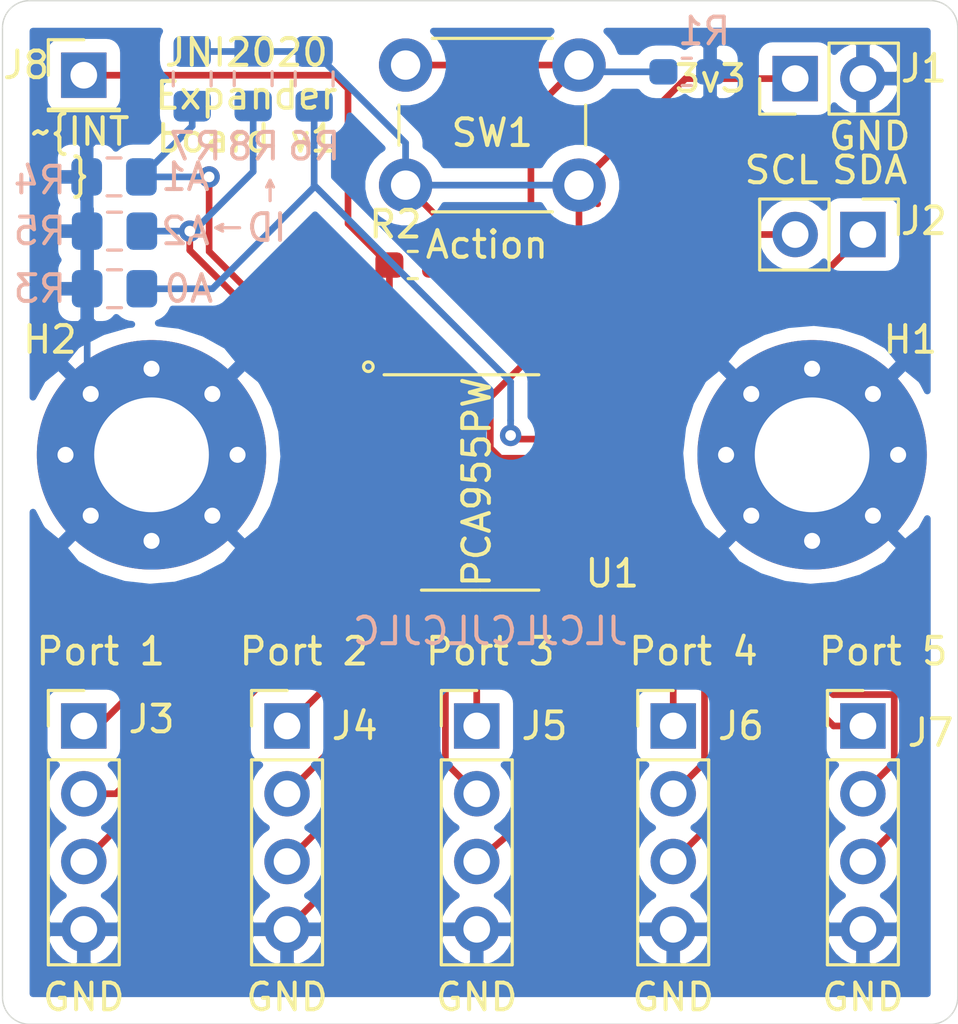
<source format=kicad_pcb>
(kicad_pcb (version 20171130) (host pcbnew "(5.1.6)-1")

  (general
    (thickness 1.6)
    (drawings 40)
    (tracks 135)
    (zones 0)
    (modules 20)
    (nets 25)
  )

  (page A4)
  (layers
    (0 F.Cu signal)
    (31 B.Cu signal)
    (32 B.Adhes user)
    (33 F.Adhes user)
    (34 B.Paste user)
    (35 F.Paste user)
    (36 B.SilkS user)
    (37 F.SilkS user)
    (38 B.Mask user)
    (39 F.Mask user)
    (40 Dwgs.User user)
    (41 Cmts.User user)
    (42 Eco1.User user)
    (43 Eco2.User user)
    (44 Edge.Cuts user)
    (45 Margin user)
    (46 B.CrtYd user)
    (47 F.CrtYd user)
    (48 B.Fab user hide)
    (49 F.Fab user hide)
  )

  (setup
    (last_trace_width 0.25)
    (user_trace_width 0.5)
    (user_trace_width 1)
    (trace_clearance 0.2)
    (zone_clearance 0.508)
    (zone_45_only no)
    (trace_min 0.2)
    (via_size 0.8)
    (via_drill 0.4)
    (via_min_size 0.4)
    (via_min_drill 0.3)
    (uvia_size 0.3)
    (uvia_drill 0.1)
    (uvias_allowed no)
    (uvia_min_size 0.2)
    (uvia_min_drill 0.1)
    (edge_width 0.05)
    (segment_width 0.2)
    (pcb_text_width 0.3)
    (pcb_text_size 1.5 1.5)
    (mod_edge_width 0.12)
    (mod_text_size 1 1)
    (mod_text_width 0.15)
    (pad_size 1.524 1.524)
    (pad_drill 0.762)
    (pad_to_mask_clearance 0.05)
    (aux_axis_origin 0 0)
    (visible_elements 7FFFFFFF)
    (pcbplotparams
      (layerselection 0x010fc_ffffffff)
      (usegerberextensions false)
      (usegerberattributes true)
      (usegerberadvancedattributes true)
      (creategerberjobfile true)
      (excludeedgelayer true)
      (linewidth 0.100000)
      (plotframeref false)
      (viasonmask false)
      (mode 1)
      (useauxorigin false)
      (hpglpennumber 1)
      (hpglpenspeed 20)
      (hpglpendiameter 15.000000)
      (psnegative false)
      (psa4output false)
      (plotreference true)
      (plotvalue true)
      (plotinvisibletext false)
      (padsonsilk false)
      (subtractmaskfromsilk false)
      (outputformat 1)
      (mirror false)
      (drillshape 0)
      (scaleselection 1)
      (outputdirectory "gerbers/"))
  )

  (net 0 "")
  (net 1 +3V3)
  (net 2 "Net-(J2-Pad2)")
  (net 3 "Net-(J2-Pad1)")
  (net 4 GND)
  (net 5 "Net-(R1-Pad1)")
  (net 6 "Net-(J7-Pad3)")
  (net 7 "Net-(J7-Pad2)")
  (net 8 "Net-(J7-Pad1)")
  (net 9 "Net-(J6-Pad3)")
  (net 10 "Net-(J6-Pad2)")
  (net 11 "Net-(J6-Pad1)")
  (net 12 "Net-(J5-Pad3)")
  (net 13 "Net-(J5-Pad2)")
  (net 14 "Net-(J5-Pad1)")
  (net 15 "Net-(J4-Pad3)")
  (net 16 "Net-(J4-Pad2)")
  (net 17 "Net-(J4-Pad1)")
  (net 18 "Net-(J3-Pad3)")
  (net 19 "Net-(J3-Pad2)")
  (net 20 "Net-(J3-Pad1)")
  (net 21 "Net-(J8-Pad1)")
  (net 22 /A0)
  (net 23 /A1)
  (net 24 /A2)

  (net_class Default "This is the default net class."
    (clearance 0.2)
    (trace_width 0.25)
    (via_dia 0.8)
    (via_drill 0.4)
    (uvia_dia 0.3)
    (uvia_drill 0.1)
    (add_net +3V3)
    (add_net /A0)
    (add_net /A1)
    (add_net /A2)
    (add_net GND)
    (add_net "Net-(J2-Pad1)")
    (add_net "Net-(J2-Pad2)")
    (add_net "Net-(J3-Pad1)")
    (add_net "Net-(J3-Pad2)")
    (add_net "Net-(J3-Pad3)")
    (add_net "Net-(J4-Pad1)")
    (add_net "Net-(J4-Pad2)")
    (add_net "Net-(J4-Pad3)")
    (add_net "Net-(J5-Pad1)")
    (add_net "Net-(J5-Pad2)")
    (add_net "Net-(J5-Pad3)")
    (add_net "Net-(J6-Pad1)")
    (add_net "Net-(J6-Pad2)")
    (add_net "Net-(J6-Pad3)")
    (add_net "Net-(J7-Pad1)")
    (add_net "Net-(J7-Pad2)")
    (add_net "Net-(J7-Pad3)")
    (add_net "Net-(J8-Pad1)")
    (add_net "Net-(R1-Pad1)")
  )

  (module Resistor_SMD:R_0805_2012Metric_Pad1.15x1.40mm_HandSolder (layer B.Cu) (tedit 5B36C52B) (tstamp 5F52CDB1)
    (at 111.76 58.293 90)
    (descr "Resistor SMD 0805 (2012 Metric), square (rectangular) end terminal, IPC_7351 nominal with elongated pad for handsoldering. (Body size source: https://docs.google.com/spreadsheets/d/1BsfQQcO9C6DZCsRaXUlFlo91Tg2WpOkGARC1WS5S8t0/edit?usp=sharing), generated with kicad-footprint-generator")
    (tags "resistor handsolder")
    (path /5F592B81)
    (attr smd)
    (fp_text reference R8 (at -2.54 0 180) (layer B.SilkS)
      (effects (font (size 1 1) (thickness 0.15)) (justify mirror))
    )
    (fp_text value 1K (at 0 -1.65 90) (layer B.Fab)
      (effects (font (size 1 1) (thickness 0.15)) (justify mirror))
    )
    (fp_text user %R (at 0 0 90) (layer B.Fab)
      (effects (font (size 0.5 0.5) (thickness 0.08)) (justify mirror))
    )
    (fp_line (start -1 -0.6) (end -1 0.6) (layer B.Fab) (width 0.1))
    (fp_line (start -1 0.6) (end 1 0.6) (layer B.Fab) (width 0.1))
    (fp_line (start 1 0.6) (end 1 -0.6) (layer B.Fab) (width 0.1))
    (fp_line (start 1 -0.6) (end -1 -0.6) (layer B.Fab) (width 0.1))
    (fp_line (start -0.261252 0.71) (end 0.261252 0.71) (layer B.SilkS) (width 0.12))
    (fp_line (start -0.261252 -0.71) (end 0.261252 -0.71) (layer B.SilkS) (width 0.12))
    (fp_line (start -1.85 -0.95) (end -1.85 0.95) (layer B.CrtYd) (width 0.05))
    (fp_line (start -1.85 0.95) (end 1.85 0.95) (layer B.CrtYd) (width 0.05))
    (fp_line (start 1.85 0.95) (end 1.85 -0.95) (layer B.CrtYd) (width 0.05))
    (fp_line (start 1.85 -0.95) (end -1.85 -0.95) (layer B.CrtYd) (width 0.05))
    (fp_text user DNF (at 0 0 90) (layer B.SilkS) hide
      (effects (font (size 1 1) (thickness 0.15)) (justify mirror))
    )
    (pad 2 smd roundrect (at 1.025 0 90) (size 1.15 1.4) (layers B.Cu B.Paste B.Mask) (roundrect_rratio 0.217391)
      (net 1 +3V3))
    (pad 1 smd roundrect (at -1.025 0 90) (size 1.15 1.4) (layers B.Cu B.Paste B.Mask) (roundrect_rratio 0.217391)
      (net 24 /A2))
    (model ${KISYS3DMOD}/Resistor_SMD.3dshapes/R_0805_2012Metric.wrl
      (at (xyz 0 0 0))
      (scale (xyz 1 1 1))
      (rotate (xyz 0 0 0))
    )
  )

  (module Resistor_SMD:R_0805_2012Metric_Pad1.15x1.40mm_HandSolder (layer B.Cu) (tedit 5B36C52B) (tstamp 5F52EC0B)
    (at 109.474 58.302 90)
    (descr "Resistor SMD 0805 (2012 Metric), square (rectangular) end terminal, IPC_7351 nominal with elongated pad for handsoldering. (Body size source: https://docs.google.com/spreadsheets/d/1BsfQQcO9C6DZCsRaXUlFlo91Tg2WpOkGARC1WS5S8t0/edit?usp=sharing), generated with kicad-footprint-generator")
    (tags "resistor handsolder")
    (path /5F5927BD)
    (attr smd)
    (fp_text reference R7 (at -2.531 0.127 180) (layer B.SilkS)
      (effects (font (size 1 1) (thickness 0.15)) (justify mirror))
    )
    (fp_text value 1K (at 0 -1.65 90) (layer B.Fab)
      (effects (font (size 1 1) (thickness 0.15)) (justify mirror))
    )
    (fp_text user %R (at 0 0 90) (layer B.Fab)
      (effects (font (size 0.5 0.5) (thickness 0.08)) (justify mirror))
    )
    (fp_line (start -1 -0.6) (end -1 0.6) (layer B.Fab) (width 0.1))
    (fp_line (start -1 0.6) (end 1 0.6) (layer B.Fab) (width 0.1))
    (fp_line (start 1 0.6) (end 1 -0.6) (layer B.Fab) (width 0.1))
    (fp_line (start 1 -0.6) (end -1 -0.6) (layer B.Fab) (width 0.1))
    (fp_line (start -0.261252 0.71) (end 0.261252 0.71) (layer B.SilkS) (width 0.12))
    (fp_line (start -0.261252 -0.71) (end 0.261252 -0.71) (layer B.SilkS) (width 0.12))
    (fp_line (start -1.85 -0.95) (end -1.85 0.95) (layer B.CrtYd) (width 0.05))
    (fp_line (start -1.85 0.95) (end 1.85 0.95) (layer B.CrtYd) (width 0.05))
    (fp_line (start 1.85 0.95) (end 1.85 -0.95) (layer B.CrtYd) (width 0.05))
    (fp_line (start 1.85 -0.95) (end -1.85 -0.95) (layer B.CrtYd) (width 0.05))
    (fp_text user DNF (at 0 0 90) (layer B.SilkS) hide
      (effects (font (size 1 1) (thickness 0.15)) (justify mirror))
    )
    (pad 2 smd roundrect (at 1.025 0 90) (size 1.15 1.4) (layers B.Cu B.Paste B.Mask) (roundrect_rratio 0.217391)
      (net 1 +3V3))
    (pad 1 smd roundrect (at -1.025 0 90) (size 1.15 1.4) (layers B.Cu B.Paste B.Mask) (roundrect_rratio 0.217391)
      (net 23 /A1))
    (model ${KISYS3DMOD}/Resistor_SMD.3dshapes/R_0805_2012Metric.wrl
      (at (xyz 0 0 0))
      (scale (xyz 1 1 1))
      (rotate (xyz 0 0 0))
    )
  )

  (module Resistor_SMD:R_0805_2012Metric_Pad1.15x1.40mm_HandSolder (layer B.Cu) (tedit 5B36C52B) (tstamp 5F52CD7F)
    (at 106.562 64.008 180)
    (descr "Resistor SMD 0805 (2012 Metric), square (rectangular) end terminal, IPC_7351 nominal with elongated pad for handsoldering. (Body size source: https://docs.google.com/spreadsheets/d/1BsfQQcO9C6DZCsRaXUlFlo91Tg2WpOkGARC1WS5S8t0/edit?usp=sharing), generated with kicad-footprint-generator")
    (tags "resistor handsolder")
    (path /5F5934C3)
    (attr smd)
    (fp_text reference R5 (at 2.803 0) (layer B.SilkS)
      (effects (font (size 1 1) (thickness 0.15)) (justify mirror))
    )
    (fp_text value 0 (at 0 -1.65) (layer B.Fab)
      (effects (font (size 1 1) (thickness 0.15)) (justify mirror))
    )
    (fp_text user %R (at 0 0) (layer B.Fab)
      (effects (font (size 0.5 0.5) (thickness 0.08)) (justify mirror))
    )
    (fp_line (start -1 -0.6) (end -1 0.6) (layer B.Fab) (width 0.1))
    (fp_line (start -1 0.6) (end 1 0.6) (layer B.Fab) (width 0.1))
    (fp_line (start 1 0.6) (end 1 -0.6) (layer B.Fab) (width 0.1))
    (fp_line (start 1 -0.6) (end -1 -0.6) (layer B.Fab) (width 0.1))
    (fp_line (start -0.261252 0.71) (end 0.261252 0.71) (layer B.SilkS) (width 0.12))
    (fp_line (start -0.261252 -0.71) (end 0.261252 -0.71) (layer B.SilkS) (width 0.12))
    (fp_line (start -1.85 -0.95) (end -1.85 0.95) (layer B.CrtYd) (width 0.05))
    (fp_line (start -1.85 0.95) (end 1.85 0.95) (layer B.CrtYd) (width 0.05))
    (fp_line (start 1.85 0.95) (end 1.85 -0.95) (layer B.CrtYd) (width 0.05))
    (fp_line (start 1.85 -0.95) (end -1.85 -0.95) (layer B.CrtYd) (width 0.05))
    (pad 2 smd roundrect (at 1.025 0 180) (size 1.15 1.4) (layers B.Cu B.Paste B.Mask) (roundrect_rratio 0.217391)
      (net 4 GND))
    (pad 1 smd roundrect (at -1.025 0 180) (size 1.15 1.4) (layers B.Cu B.Paste B.Mask) (roundrect_rratio 0.217391)
      (net 24 /A2))
    (model ${KISYS3DMOD}/Resistor_SMD.3dshapes/R_0805_2012Metric.wrl
      (at (xyz 0 0 0))
      (scale (xyz 1 1 1))
      (rotate (xyz 0 0 0))
    )
  )

  (module Resistor_SMD:R_0805_2012Metric_Pad1.15x1.40mm_HandSolder (layer B.Cu) (tedit 5B36C52B) (tstamp 5F52CD6E)
    (at 106.544 61.976 180)
    (descr "Resistor SMD 0805 (2012 Metric), square (rectangular) end terminal, IPC_7351 nominal with elongated pad for handsoldering. (Body size source: https://docs.google.com/spreadsheets/d/1BsfQQcO9C6DZCsRaXUlFlo91Tg2WpOkGARC1WS5S8t0/edit?usp=sharing), generated with kicad-footprint-generator")
    (tags "resistor handsolder")
    (path /5F5932F3)
    (attr smd)
    (fp_text reference R4 (at 2.785 -0.127) (layer B.SilkS)
      (effects (font (size 1 1) (thickness 0.15)) (justify mirror))
    )
    (fp_text value 0 (at 0 -1.65) (layer B.Fab)
      (effects (font (size 1 1) (thickness 0.15)) (justify mirror))
    )
    (fp_text user %R (at 0 0) (layer B.Fab)
      (effects (font (size 0.5 0.5) (thickness 0.08)) (justify mirror))
    )
    (fp_line (start -1 -0.6) (end -1 0.6) (layer B.Fab) (width 0.1))
    (fp_line (start -1 0.6) (end 1 0.6) (layer B.Fab) (width 0.1))
    (fp_line (start 1 0.6) (end 1 -0.6) (layer B.Fab) (width 0.1))
    (fp_line (start 1 -0.6) (end -1 -0.6) (layer B.Fab) (width 0.1))
    (fp_line (start -0.261252 0.71) (end 0.261252 0.71) (layer B.SilkS) (width 0.12))
    (fp_line (start -0.261252 -0.71) (end 0.261252 -0.71) (layer B.SilkS) (width 0.12))
    (fp_line (start -1.85 -0.95) (end -1.85 0.95) (layer B.CrtYd) (width 0.05))
    (fp_line (start -1.85 0.95) (end 1.85 0.95) (layer B.CrtYd) (width 0.05))
    (fp_line (start 1.85 0.95) (end 1.85 -0.95) (layer B.CrtYd) (width 0.05))
    (fp_line (start 1.85 -0.95) (end -1.85 -0.95) (layer B.CrtYd) (width 0.05))
    (pad 2 smd roundrect (at 1.025 0 180) (size 1.15 1.4) (layers B.Cu B.Paste B.Mask) (roundrect_rratio 0.217391)
      (net 4 GND))
    (pad 1 smd roundrect (at -1.025 0 180) (size 1.15 1.4) (layers B.Cu B.Paste B.Mask) (roundrect_rratio 0.217391)
      (net 23 /A1))
    (model ${KISYS3DMOD}/Resistor_SMD.3dshapes/R_0805_2012Metric.wrl
      (at (xyz 0 0 0))
      (scale (xyz 1 1 1))
      (rotate (xyz 0 0 0))
    )
  )

  (module Resistor_SMD:R_0805_2012Metric_Pad1.15x1.40mm_HandSolder (layer B.Cu) (tedit 5B36C52B) (tstamp 5F52CD5D)
    (at 106.562 66.167 180)
    (descr "Resistor SMD 0805 (2012 Metric), square (rectangular) end terminal, IPC_7351 nominal with elongated pad for handsoldering. (Body size source: https://docs.google.com/spreadsheets/d/1BsfQQcO9C6DZCsRaXUlFlo91Tg2WpOkGARC1WS5S8t0/edit?usp=sharing), generated with kicad-footprint-generator")
    (tags "resistor handsolder")
    (path /5F58AD31)
    (attr smd)
    (fp_text reference R3 (at 2.803 0) (layer B.SilkS)
      (effects (font (size 1 1) (thickness 0.15)) (justify mirror))
    )
    (fp_text value 0 (at 0 -1.65) (layer B.Fab)
      (effects (font (size 1 1) (thickness 0.15)) (justify mirror))
    )
    (fp_text user %R (at 0 0) (layer B.Fab)
      (effects (font (size 0.5 0.5) (thickness 0.08)) (justify mirror))
    )
    (fp_line (start -1 -0.6) (end -1 0.6) (layer B.Fab) (width 0.1))
    (fp_line (start -1 0.6) (end 1 0.6) (layer B.Fab) (width 0.1))
    (fp_line (start 1 0.6) (end 1 -0.6) (layer B.Fab) (width 0.1))
    (fp_line (start 1 -0.6) (end -1 -0.6) (layer B.Fab) (width 0.1))
    (fp_line (start -0.261252 0.71) (end 0.261252 0.71) (layer B.SilkS) (width 0.12))
    (fp_line (start -0.261252 -0.71) (end 0.261252 -0.71) (layer B.SilkS) (width 0.12))
    (fp_line (start -1.85 -0.95) (end -1.85 0.95) (layer B.CrtYd) (width 0.05))
    (fp_line (start -1.85 0.95) (end 1.85 0.95) (layer B.CrtYd) (width 0.05))
    (fp_line (start 1.85 0.95) (end 1.85 -0.95) (layer B.CrtYd) (width 0.05))
    (fp_line (start 1.85 -0.95) (end -1.85 -0.95) (layer B.CrtYd) (width 0.05))
    (pad 2 smd roundrect (at 1.025 0 180) (size 1.15 1.4) (layers B.Cu B.Paste B.Mask) (roundrect_rratio 0.217391)
      (net 4 GND))
    (pad 1 smd roundrect (at -1.025 0 180) (size 1.15 1.4) (layers B.Cu B.Paste B.Mask) (roundrect_rratio 0.217391)
      (net 22 /A0))
    (model ${KISYS3DMOD}/Resistor_SMD.3dshapes/R_0805_2012Metric.wrl
      (at (xyz 0 0 0))
      (scale (xyz 1 1 1))
      (rotate (xyz 0 0 0))
    )
  )

  (module Resistor_SMD:R_0805_2012Metric_Pad1.15x1.40mm_HandSolder (layer B.Cu) (tedit 5B36C52B) (tstamp 5F52B0B8)
    (at 114.046 58.302 90)
    (descr "Resistor SMD 0805 (2012 Metric), square (rectangular) end terminal, IPC_7351 nominal with elongated pad for handsoldering. (Body size source: https://docs.google.com/spreadsheets/d/1BsfQQcO9C6DZCsRaXUlFlo91Tg2WpOkGARC1WS5S8t0/edit?usp=sharing), generated with kicad-footprint-generator")
    (tags "resistor handsolder")
    (path /5F52AF29)
    (attr smd)
    (fp_text reference R6 (at -2.531 0) (layer B.SilkS)
      (effects (font (size 1 1) (thickness 0.15)) (justify mirror))
    )
    (fp_text value 1K (at 0 -1.65 270) (layer B.Fab)
      (effects (font (size 1 1) (thickness 0.15)) (justify mirror))
    )
    (fp_text user %R (at 0 0 270) (layer B.Fab)
      (effects (font (size 0.5 0.5) (thickness 0.08)) (justify mirror))
    )
    (fp_line (start -1 -0.6) (end -1 0.6) (layer B.Fab) (width 0.1))
    (fp_line (start -1 0.6) (end 1 0.6) (layer B.Fab) (width 0.1))
    (fp_line (start 1 0.6) (end 1 -0.6) (layer B.Fab) (width 0.1))
    (fp_line (start 1 -0.6) (end -1 -0.6) (layer B.Fab) (width 0.1))
    (fp_line (start -0.261252 0.71) (end 0.261252 0.71) (layer B.SilkS) (width 0.12))
    (fp_line (start -0.261252 -0.71) (end 0.261252 -0.71) (layer B.SilkS) (width 0.12))
    (fp_line (start -1.85 -0.95) (end -1.85 0.95) (layer B.CrtYd) (width 0.05))
    (fp_line (start -1.85 0.95) (end 1.85 0.95) (layer B.CrtYd) (width 0.05))
    (fp_line (start 1.85 0.95) (end 1.85 -0.95) (layer B.CrtYd) (width 0.05))
    (fp_line (start 1.85 -0.95) (end -1.85 -0.95) (layer B.CrtYd) (width 0.05))
    (fp_text user DNF (at 0 0 90) (layer B.SilkS) hide
      (effects (font (size 1 1) (thickness 0.15)) (justify mirror))
    )
    (pad 2 smd roundrect (at 1.025 0 90) (size 1.15 1.4) (layers B.Cu B.Paste B.Mask) (roundrect_rratio 0.217391)
      (net 1 +3V3))
    (pad 1 smd roundrect (at -1.025 0 90) (size 1.15 1.4) (layers B.Cu B.Paste B.Mask) (roundrect_rratio 0.217391)
      (net 22 /A0))
    (model ${KISYS3DMOD}/Resistor_SMD.3dshapes/R_0805_2012Metric.wrl
      (at (xyz 0 0 0))
      (scale (xyz 1 1 1))
      (rotate (xyz 0 0 0))
    )
  )

  (module Package_SO:TSSOP-24_4.4x7.8mm_P0.65mm (layer F.Cu) (tedit 5E476F32) (tstamp 5F4D5C66)
    (at 120.269 73.425)
    (descr "TSSOP, 24 Pin (JEDEC MO-153 Var AD https://www.jedec.org/document_search?search_api_views_fulltext=MO-153), generated with kicad-footprint-generator ipc_gullwing_generator.py")
    (tags "TSSOP SO")
    (path /5F4D5073)
    (attr smd)
    (fp_text reference U1 (at 4.953 3.41) (layer F.SilkS)
      (effects (font (size 1 1) (thickness 0.15)))
    )
    (fp_text value PCA9555PW,118 (at 0 4.85) (layer F.Fab)
      (effects (font (size 1 1) (thickness 0.15)))
    )
    (fp_line (start 3.85 -4.15) (end -3.85 -4.15) (layer F.CrtYd) (width 0.05))
    (fp_line (start 3.85 4.15) (end 3.85 -4.15) (layer F.CrtYd) (width 0.05))
    (fp_line (start -3.85 4.15) (end 3.85 4.15) (layer F.CrtYd) (width 0.05))
    (fp_line (start -3.85 -4.15) (end -3.85 4.15) (layer F.CrtYd) (width 0.05))
    (fp_line (start -2.2 -2.9) (end -1.2 -3.9) (layer F.Fab) (width 0.1))
    (fp_line (start -2.2 3.9) (end -2.2 -2.9) (layer F.Fab) (width 0.1))
    (fp_line (start 2.2 3.9) (end -2.2 3.9) (layer F.Fab) (width 0.1))
    (fp_line (start 2.2 -3.9) (end 2.2 3.9) (layer F.Fab) (width 0.1))
    (fp_line (start -1.2 -3.9) (end 2.2 -3.9) (layer F.Fab) (width 0.1))
    (fp_line (start 0 -4.035) (end -3.6 -4.035) (layer F.SilkS) (width 0.12))
    (fp_line (start 0 -4.035) (end 2.2 -4.035) (layer F.SilkS) (width 0.12))
    (fp_line (start 0 4.035) (end -2.2 4.035) (layer F.SilkS) (width 0.12))
    (fp_line (start 0 4.035) (end 2.2 4.035) (layer F.SilkS) (width 0.12))
    (fp_text user %R (at 0 0) (layer F.Fab)
      (effects (font (size 1 1) (thickness 0.15)))
    )
    (pad 24 smd roundrect (at 2.8625 -3.575) (size 1.475 0.4) (layers F.Cu F.Paste F.Mask) (roundrect_rratio 0.25)
      (net 1 +3V3))
    (pad 23 smd roundrect (at 2.8625 -2.925) (size 1.475 0.4) (layers F.Cu F.Paste F.Mask) (roundrect_rratio 0.25)
      (net 2 "Net-(J2-Pad2)"))
    (pad 22 smd roundrect (at 2.8625 -2.275) (size 1.475 0.4) (layers F.Cu F.Paste F.Mask) (roundrect_rratio 0.25)
      (net 3 "Net-(J2-Pad1)"))
    (pad 21 smd roundrect (at 2.8625 -1.625) (size 1.475 0.4) (layers F.Cu F.Paste F.Mask) (roundrect_rratio 0.25)
      (net 22 /A0))
    (pad 20 smd roundrect (at 2.8625 -0.975) (size 1.475 0.4) (layers F.Cu F.Paste F.Mask) (roundrect_rratio 0.25)
      (net 5 "Net-(R1-Pad1)"))
    (pad 19 smd roundrect (at 2.8625 -0.325) (size 1.475 0.4) (layers F.Cu F.Paste F.Mask) (roundrect_rratio 0.25)
      (net 6 "Net-(J7-Pad3)"))
    (pad 18 smd roundrect (at 2.8625 0.325) (size 1.475 0.4) (layers F.Cu F.Paste F.Mask) (roundrect_rratio 0.25)
      (net 7 "Net-(J7-Pad2)"))
    (pad 17 smd roundrect (at 2.8625 0.975) (size 1.475 0.4) (layers F.Cu F.Paste F.Mask) (roundrect_rratio 0.25)
      (net 8 "Net-(J7-Pad1)"))
    (pad 16 smd roundrect (at 2.8625 1.625) (size 1.475 0.4) (layers F.Cu F.Paste F.Mask) (roundrect_rratio 0.25)
      (net 9 "Net-(J6-Pad3)"))
    (pad 15 smd roundrect (at 2.8625 2.275) (size 1.475 0.4) (layers F.Cu F.Paste F.Mask) (roundrect_rratio 0.25)
      (net 10 "Net-(J6-Pad2)"))
    (pad 14 smd roundrect (at 2.8625 2.925) (size 1.475 0.4) (layers F.Cu F.Paste F.Mask) (roundrect_rratio 0.25)
      (net 11 "Net-(J6-Pad1)"))
    (pad 13 smd roundrect (at 2.8625 3.575) (size 1.475 0.4) (layers F.Cu F.Paste F.Mask) (roundrect_rratio 0.25)
      (net 12 "Net-(J5-Pad3)"))
    (pad 12 smd roundrect (at -2.8625 3.575) (size 1.475 0.4) (layers F.Cu F.Paste F.Mask) (roundrect_rratio 0.25)
      (net 4 GND))
    (pad 11 smd roundrect (at -2.8625 2.925) (size 1.475 0.4) (layers F.Cu F.Paste F.Mask) (roundrect_rratio 0.25)
      (net 13 "Net-(J5-Pad2)"))
    (pad 10 smd roundrect (at -2.8625 2.275) (size 1.475 0.4) (layers F.Cu F.Paste F.Mask) (roundrect_rratio 0.25)
      (net 14 "Net-(J5-Pad1)"))
    (pad 9 smd roundrect (at -2.8625 1.625) (size 1.475 0.4) (layers F.Cu F.Paste F.Mask) (roundrect_rratio 0.25)
      (net 15 "Net-(J4-Pad3)"))
    (pad 8 smd roundrect (at -2.8625 0.975) (size 1.475 0.4) (layers F.Cu F.Paste F.Mask) (roundrect_rratio 0.25)
      (net 16 "Net-(J4-Pad2)"))
    (pad 7 smd roundrect (at -2.8625 0.325) (size 1.475 0.4) (layers F.Cu F.Paste F.Mask) (roundrect_rratio 0.25)
      (net 17 "Net-(J4-Pad1)"))
    (pad 6 smd roundrect (at -2.8625 -0.325) (size 1.475 0.4) (layers F.Cu F.Paste F.Mask) (roundrect_rratio 0.25)
      (net 18 "Net-(J3-Pad3)"))
    (pad 5 smd roundrect (at -2.8625 -0.975) (size 1.475 0.4) (layers F.Cu F.Paste F.Mask) (roundrect_rratio 0.25)
      (net 19 "Net-(J3-Pad2)"))
    (pad 4 smd roundrect (at -2.8625 -1.625) (size 1.475 0.4) (layers F.Cu F.Paste F.Mask) (roundrect_rratio 0.25)
      (net 20 "Net-(J3-Pad1)"))
    (pad 3 smd roundrect (at -2.8625 -2.275) (size 1.475 0.4) (layers F.Cu F.Paste F.Mask) (roundrect_rratio 0.25)
      (net 24 /A2))
    (pad 2 smd roundrect (at -2.8625 -2.925) (size 1.475 0.4) (layers F.Cu F.Paste F.Mask) (roundrect_rratio 0.25)
      (net 23 /A1))
    (pad 1 smd roundrect (at -2.8625 -3.575) (size 1.475 0.4) (layers F.Cu F.Paste F.Mask) (roundrect_rratio 0.25)
      (net 21 "Net-(J8-Pad1)"))
    (model ${KISYS3DMOD}/Package_SO.3dshapes/TSSOP-24_4.4x7.8mm_P0.65mm.wrl
      (at (xyz 0 0 0))
      (scale (xyz 1 1 1))
      (rotate (xyz 0 0 0))
    )
  )

  (module MountingHole:MountingHole_4.3mm_M4_Pad_Via (layer F.Cu) (tedit 56DDBFD7) (tstamp 5F4E26DF)
    (at 107.95 72.39)
    (descr "Mounting Hole 4.3mm, M4")
    (tags "mounting hole 4.3mm m4")
    (path /5F5A9DAD)
    (attr virtual)
    (fp_text reference H2 (at -3.81 -4.318) (layer F.SilkS)
      (effects (font (size 1 1) (thickness 0.15)))
    )
    (fp_text value MountingHole_Pad (at 0 5.3) (layer F.Fab)
      (effects (font (size 1 1) (thickness 0.15)))
    )
    (fp_circle (center 0 0) (end 4.3 0) (layer Cmts.User) (width 0.15))
    (fp_circle (center 0 0) (end 4.55 0) (layer F.CrtYd) (width 0.05))
    (fp_text user %R (at 0.3 0) (layer F.Fab)
      (effects (font (size 1 1) (thickness 0.15)))
    )
    (pad 1 thru_hole circle (at 2.280419 -2.280419) (size 0.9 0.9) (drill 0.6) (layers *.Cu *.Mask)
      (net 4 GND))
    (pad 1 thru_hole circle (at 0 -3.225) (size 0.9 0.9) (drill 0.6) (layers *.Cu *.Mask)
      (net 4 GND))
    (pad 1 thru_hole circle (at -2.280419 -2.280419) (size 0.9 0.9) (drill 0.6) (layers *.Cu *.Mask)
      (net 4 GND))
    (pad 1 thru_hole circle (at -3.225 0) (size 0.9 0.9) (drill 0.6) (layers *.Cu *.Mask)
      (net 4 GND))
    (pad 1 thru_hole circle (at -2.280419 2.280419) (size 0.9 0.9) (drill 0.6) (layers *.Cu *.Mask)
      (net 4 GND))
    (pad 1 thru_hole circle (at 0 3.225) (size 0.9 0.9) (drill 0.6) (layers *.Cu *.Mask)
      (net 4 GND))
    (pad 1 thru_hole circle (at 2.280419 2.280419) (size 0.9 0.9) (drill 0.6) (layers *.Cu *.Mask)
      (net 4 GND))
    (pad 1 thru_hole circle (at 3.225 0) (size 0.9 0.9) (drill 0.6) (layers *.Cu *.Mask)
      (net 4 GND))
    (pad 1 thru_hole circle (at 0 0) (size 8.6 8.6) (drill 4.3) (layers *.Cu *.Mask)
      (net 4 GND))
  )

  (module MountingHole:MountingHole_4.3mm_M4_Pad_Via (layer F.Cu) (tedit 56DDBFD7) (tstamp 5F4E26CF)
    (at 132.715 72.39)
    (descr "Mounting Hole 4.3mm, M4")
    (tags "mounting hole 4.3mm m4")
    (path /5F5A7348)
    (attr virtual)
    (fp_text reference H1 (at 3.683 -4.318) (layer F.SilkS)
      (effects (font (size 1 1) (thickness 0.15)))
    )
    (fp_text value MountingHole_Pad (at 0 5.3) (layer F.Fab)
      (effects (font (size 1 1) (thickness 0.15)))
    )
    (fp_circle (center 0 0) (end 4.3 0) (layer Cmts.User) (width 0.15))
    (fp_circle (center 0 0) (end 4.55 0) (layer F.CrtYd) (width 0.05))
    (fp_text user %R (at 0.3 0) (layer F.Fab)
      (effects (font (size 1 1) (thickness 0.15)))
    )
    (pad 1 thru_hole circle (at 2.280419 -2.280419) (size 0.9 0.9) (drill 0.6) (layers *.Cu *.Mask)
      (net 4 GND))
    (pad 1 thru_hole circle (at 0 -3.225) (size 0.9 0.9) (drill 0.6) (layers *.Cu *.Mask)
      (net 4 GND))
    (pad 1 thru_hole circle (at -2.280419 -2.280419) (size 0.9 0.9) (drill 0.6) (layers *.Cu *.Mask)
      (net 4 GND))
    (pad 1 thru_hole circle (at -3.225 0) (size 0.9 0.9) (drill 0.6) (layers *.Cu *.Mask)
      (net 4 GND))
    (pad 1 thru_hole circle (at -2.280419 2.280419) (size 0.9 0.9) (drill 0.6) (layers *.Cu *.Mask)
      (net 4 GND))
    (pad 1 thru_hole circle (at 0 3.225) (size 0.9 0.9) (drill 0.6) (layers *.Cu *.Mask)
      (net 4 GND))
    (pad 1 thru_hole circle (at 2.280419 2.280419) (size 0.9 0.9) (drill 0.6) (layers *.Cu *.Mask)
      (net 4 GND))
    (pad 1 thru_hole circle (at 3.225 0) (size 0.9 0.9) (drill 0.6) (layers *.Cu *.Mask)
      (net 4 GND))
    (pad 1 thru_hole circle (at 0 0) (size 8.6 8.6) (drill 4.3) (layers *.Cu *.Mask)
      (net 4 GND))
  )

  (module Resistor_SMD:R_0603_1608Metric_Pad1.05x0.95mm_HandSolder (layer F.Cu) (tedit 5B301BBD) (tstamp 5F52D6F5)
    (at 117.743 65.278)
    (descr "Resistor SMD 0603 (1608 Metric), square (rectangular) end terminal, IPC_7351 nominal with elongated pad for handsoldering. (Body size source: http://www.tortai-tech.com/upload/download/2011102023233369053.pdf), generated with kicad-footprint-generator")
    (tags "resistor handsolder")
    (path /5F576942)
    (attr smd)
    (fp_text reference R2 (at -0.649 -1.524) (layer F.SilkS)
      (effects (font (size 1 1) (thickness 0.15)))
    )
    (fp_text value 1K (at 0 1.43) (layer F.Fab)
      (effects (font (size 1 1) (thickness 0.15)))
    )
    (fp_line (start -0.8 0.4) (end -0.8 -0.4) (layer F.Fab) (width 0.1))
    (fp_line (start -0.8 -0.4) (end 0.8 -0.4) (layer F.Fab) (width 0.1))
    (fp_line (start 0.8 -0.4) (end 0.8 0.4) (layer F.Fab) (width 0.1))
    (fp_line (start 0.8 0.4) (end -0.8 0.4) (layer F.Fab) (width 0.1))
    (fp_line (start -0.171267 -0.51) (end 0.171267 -0.51) (layer F.SilkS) (width 0.12))
    (fp_line (start -0.171267 0.51) (end 0.171267 0.51) (layer F.SilkS) (width 0.12))
    (fp_line (start -1.65 0.73) (end -1.65 -0.73) (layer F.CrtYd) (width 0.05))
    (fp_line (start -1.65 -0.73) (end 1.65 -0.73) (layer F.CrtYd) (width 0.05))
    (fp_line (start 1.65 -0.73) (end 1.65 0.73) (layer F.CrtYd) (width 0.05))
    (fp_line (start 1.65 0.73) (end -1.65 0.73) (layer F.CrtYd) (width 0.05))
    (fp_text user %R (at 0 0) (layer F.Fab)
      (effects (font (size 0.4 0.4) (thickness 0.06)))
    )
    (pad 2 smd roundrect (at 0.875 0) (size 1.05 0.95) (layers F.Cu F.Paste F.Mask) (roundrect_rratio 0.25)
      (net 1 +3V3))
    (pad 1 smd roundrect (at -0.875 0) (size 1.05 0.95) (layers F.Cu F.Paste F.Mask) (roundrect_rratio 0.25)
      (net 21 "Net-(J8-Pad1)"))
    (model ${KISYS3DMOD}/Resistor_SMD.3dshapes/R_0603_1608Metric.wrl
      (at (xyz 0 0 0))
      (scale (xyz 1 1 1))
      (rotate (xyz 0 0 0))
    )
  )

  (module Resistor_SMD:R_0603_1608Metric_Pad1.05x0.95mm_HandSolder (layer B.Cu) (tedit 5B301BBD) (tstamp 5F4D7E5F)
    (at 128.016 58.039)
    (descr "Resistor SMD 0603 (1608 Metric), square (rectangular) end terminal, IPC_7351 nominal with elongated pad for handsoldering. (Body size source: http://www.tortai-tech.com/upload/download/2011102023233369053.pdf), generated with kicad-footprint-generator")
    (tags "resistor handsolder")
    (path /5F54E8D7)
    (attr smd)
    (fp_text reference R1 (at 0.649 -1.524) (layer B.SilkS)
      (effects (font (size 1 1) (thickness 0.15)) (justify mirror))
    )
    (fp_text value 1K (at 0 -1.43) (layer B.Fab)
      (effects (font (size 1 1) (thickness 0.15)) (justify mirror))
    )
    (fp_line (start -0.8 -0.4) (end -0.8 0.4) (layer B.Fab) (width 0.1))
    (fp_line (start -0.8 0.4) (end 0.8 0.4) (layer B.Fab) (width 0.1))
    (fp_line (start 0.8 0.4) (end 0.8 -0.4) (layer B.Fab) (width 0.1))
    (fp_line (start 0.8 -0.4) (end -0.8 -0.4) (layer B.Fab) (width 0.1))
    (fp_line (start -0.171267 0.51) (end 0.171267 0.51) (layer B.SilkS) (width 0.12))
    (fp_line (start -0.171267 -0.51) (end 0.171267 -0.51) (layer B.SilkS) (width 0.12))
    (fp_line (start -1.65 -0.73) (end -1.65 0.73) (layer B.CrtYd) (width 0.05))
    (fp_line (start -1.65 0.73) (end 1.65 0.73) (layer B.CrtYd) (width 0.05))
    (fp_line (start 1.65 0.73) (end 1.65 -0.73) (layer B.CrtYd) (width 0.05))
    (fp_line (start 1.65 -0.73) (end -1.65 -0.73) (layer B.CrtYd) (width 0.05))
    (fp_text user %R (at 0 0) (layer B.Fab)
      (effects (font (size 0.4 0.4) (thickness 0.06)) (justify mirror))
    )
    (pad 2 smd roundrect (at 0.875 0) (size 1.05 0.95) (layers B.Cu B.Paste B.Mask) (roundrect_rratio 0.25)
      (net 4 GND))
    (pad 1 smd roundrect (at -0.875 0) (size 1.05 0.95) (layers B.Cu B.Paste B.Mask) (roundrect_rratio 0.25)
      (net 5 "Net-(R1-Pad1)"))
    (model ${KISYS3DMOD}/Resistor_SMD.3dshapes/R_0603_1608Metric.wrl
      (at (xyz 0 0 0))
      (scale (xyz 1 1 1))
      (rotate (xyz 0 0 0))
    )
  )

  (module Connector_PinHeader_2.54mm:PinHeader_1x01_P2.54mm_Vertical (layer F.Cu) (tedit 59FED5CC) (tstamp 5F4D98D7)
    (at 105.41 58.166)
    (descr "Through hole straight pin header, 1x01, 2.54mm pitch, single row")
    (tags "Through hole pin header THT 1x01 2.54mm single row")
    (path /5F57CBD9)
    (fp_text reference J8 (at -2.159 -0.381 180) (layer F.SilkS)
      (effects (font (size 1 1) (thickness 0.15)))
    )
    (fp_text value ~INT (at 0 2.33) (layer F.Fab)
      (effects (font (size 1 1) (thickness 0.15)))
    )
    (fp_line (start -0.635 -1.27) (end 1.27 -1.27) (layer F.Fab) (width 0.1))
    (fp_line (start 1.27 -1.27) (end 1.27 1.27) (layer F.Fab) (width 0.1))
    (fp_line (start 1.27 1.27) (end -1.27 1.27) (layer F.Fab) (width 0.1))
    (fp_line (start -1.27 1.27) (end -1.27 -0.635) (layer F.Fab) (width 0.1))
    (fp_line (start -1.27 -0.635) (end -0.635 -1.27) (layer F.Fab) (width 0.1))
    (fp_line (start -1.33 1.33) (end 1.33 1.33) (layer F.SilkS) (width 0.12))
    (fp_line (start -1.33 1.27) (end -1.33 1.33) (layer F.SilkS) (width 0.12))
    (fp_line (start 1.33 1.27) (end 1.33 1.33) (layer F.SilkS) (width 0.12))
    (fp_line (start -1.33 1.27) (end 1.33 1.27) (layer F.SilkS) (width 0.12))
    (fp_line (start -1.33 0) (end -1.33 -1.33) (layer F.SilkS) (width 0.12))
    (fp_line (start -1.33 -1.33) (end 0 -1.33) (layer F.SilkS) (width 0.12))
    (fp_line (start -1.8 -1.8) (end -1.8 1.8) (layer F.CrtYd) (width 0.05))
    (fp_line (start -1.8 1.8) (end 1.8 1.8) (layer F.CrtYd) (width 0.05))
    (fp_line (start 1.8 1.8) (end 1.8 -1.8) (layer F.CrtYd) (width 0.05))
    (fp_line (start 1.8 -1.8) (end -1.8 -1.8) (layer F.CrtYd) (width 0.05))
    (fp_text user %R (at 0 0 90) (layer F.Fab)
      (effects (font (size 1 1) (thickness 0.15)))
    )
    (pad 1 thru_hole rect (at 0 0) (size 1.7 1.7) (drill 1) (layers *.Cu *.Mask)
      (net 21 "Net-(J8-Pad1)"))
    (model ${KISYS3DMOD}/Connector_PinHeader_2.54mm.3dshapes/PinHeader_1x01_P2.54mm_Vertical.wrl
      (at (xyz 0 0 0))
      (scale (xyz 1 1 1))
      (rotate (xyz 0 0 0))
    )
  )

  (module Connector_PinHeader_2.54mm:PinHeader_1x02_P2.54mm_Vertical (layer F.Cu) (tedit 59FED5CC) (tstamp 5F4D7340)
    (at 132.08 58.293 90)
    (descr "Through hole straight pin header, 1x02, 2.54mm pitch, single row")
    (tags "Through hole pin header THT 1x02 2.54mm single row")
    (path /5F54317B)
    (fp_text reference J1 (at 0.381 4.826 180) (layer F.SilkS)
      (effects (font (size 1 1) (thickness 0.15)))
    )
    (fp_text value PWR/GND (at 0 4.87 90) (layer F.Fab)
      (effects (font (size 1 1) (thickness 0.15)))
    )
    (fp_line (start -0.635 -1.27) (end 1.27 -1.27) (layer F.Fab) (width 0.1))
    (fp_line (start 1.27 -1.27) (end 1.27 3.81) (layer F.Fab) (width 0.1))
    (fp_line (start 1.27 3.81) (end -1.27 3.81) (layer F.Fab) (width 0.1))
    (fp_line (start -1.27 3.81) (end -1.27 -0.635) (layer F.Fab) (width 0.1))
    (fp_line (start -1.27 -0.635) (end -0.635 -1.27) (layer F.Fab) (width 0.1))
    (fp_line (start -1.33 3.87) (end 1.33 3.87) (layer F.SilkS) (width 0.12))
    (fp_line (start -1.33 1.27) (end -1.33 3.87) (layer F.SilkS) (width 0.12))
    (fp_line (start 1.33 1.27) (end 1.33 3.87) (layer F.SilkS) (width 0.12))
    (fp_line (start -1.33 1.27) (end 1.33 1.27) (layer F.SilkS) (width 0.12))
    (fp_line (start -1.33 0) (end -1.33 -1.33) (layer F.SilkS) (width 0.12))
    (fp_line (start -1.33 -1.33) (end 0 -1.33) (layer F.SilkS) (width 0.12))
    (fp_line (start -1.8 -1.8) (end -1.8 4.35) (layer F.CrtYd) (width 0.05))
    (fp_line (start -1.8 4.35) (end 1.8 4.35) (layer F.CrtYd) (width 0.05))
    (fp_line (start 1.8 4.35) (end 1.8 -1.8) (layer F.CrtYd) (width 0.05))
    (fp_line (start 1.8 -1.8) (end -1.8 -1.8) (layer F.CrtYd) (width 0.05))
    (fp_text user %R (at 0 1.27) (layer F.Fab)
      (effects (font (size 1 1) (thickness 0.15)))
    )
    (pad 2 thru_hole oval (at 0 2.54 90) (size 1.7 1.7) (drill 1) (layers *.Cu *.Mask)
      (net 4 GND))
    (pad 1 thru_hole rect (at 0 0 90) (size 1.7 1.7) (drill 1) (layers *.Cu *.Mask)
      (net 1 +3V3))
    (model ${KISYS3DMOD}/Connector_PinHeader_2.54mm.3dshapes/PinHeader_1x02_P2.54mm_Vertical.wrl
      (at (xyz 0 0 0))
      (scale (xyz 1 1 1))
      (rotate (xyz 0 0 0))
    )
  )

  (module Button_Switch_THT:SW_PUSH_6mm (layer F.Cu) (tedit 5A02FE31) (tstamp 5F4D73FE)
    (at 117.475 57.785)
    (descr https://www.omron.com/ecb/products/pdf/en-b3f.pdf)
    (tags "tact sw push 6mm")
    (path /5F54BE14)
    (fp_text reference SW1 (at 3.25 2.54) (layer F.SilkS)
      (effects (font (size 1 1) (thickness 0.15)))
    )
    (fp_text value Action (at 3.75 6.7) (layer F.Fab)
      (effects (font (size 1 1) (thickness 0.15)))
    )
    (fp_line (start 3.25 -0.75) (end 6.25 -0.75) (layer F.Fab) (width 0.1))
    (fp_line (start 6.25 -0.75) (end 6.25 5.25) (layer F.Fab) (width 0.1))
    (fp_line (start 6.25 5.25) (end 0.25 5.25) (layer F.Fab) (width 0.1))
    (fp_line (start 0.25 5.25) (end 0.25 -0.75) (layer F.Fab) (width 0.1))
    (fp_line (start 0.25 -0.75) (end 3.25 -0.75) (layer F.Fab) (width 0.1))
    (fp_line (start 7.75 6) (end 8 6) (layer F.CrtYd) (width 0.05))
    (fp_line (start 8 6) (end 8 5.75) (layer F.CrtYd) (width 0.05))
    (fp_line (start 7.75 -1.5) (end 8 -1.5) (layer F.CrtYd) (width 0.05))
    (fp_line (start 8 -1.5) (end 8 -1.25) (layer F.CrtYd) (width 0.05))
    (fp_line (start -1.5 -1.25) (end -1.5 -1.5) (layer F.CrtYd) (width 0.05))
    (fp_line (start -1.5 -1.5) (end -1.25 -1.5) (layer F.CrtYd) (width 0.05))
    (fp_line (start -1.5 5.75) (end -1.5 6) (layer F.CrtYd) (width 0.05))
    (fp_line (start -1.5 6) (end -1.25 6) (layer F.CrtYd) (width 0.05))
    (fp_line (start -1.25 -1.5) (end 7.75 -1.5) (layer F.CrtYd) (width 0.05))
    (fp_line (start -1.5 5.75) (end -1.5 -1.25) (layer F.CrtYd) (width 0.05))
    (fp_line (start 7.75 6) (end -1.25 6) (layer F.CrtYd) (width 0.05))
    (fp_line (start 8 -1.25) (end 8 5.75) (layer F.CrtYd) (width 0.05))
    (fp_line (start 1 5.5) (end 5.5 5.5) (layer F.SilkS) (width 0.12))
    (fp_line (start -0.25 1.5) (end -0.25 3) (layer F.SilkS) (width 0.12))
    (fp_line (start 5.5 -1) (end 1 -1) (layer F.SilkS) (width 0.12))
    (fp_line (start 6.75 3) (end 6.75 1.5) (layer F.SilkS) (width 0.12))
    (fp_circle (center 3.25 2.25) (end 1.25 2.5) (layer F.Fab) (width 0.1))
    (fp_text user %R (at 3.25 2.25) (layer F.Fab)
      (effects (font (size 1 1) (thickness 0.15)))
    )
    (pad 1 thru_hole circle (at 6.5 0 90) (size 2 2) (drill 1.1) (layers *.Cu *.Mask)
      (net 5 "Net-(R1-Pad1)"))
    (pad 2 thru_hole circle (at 6.5 4.5 90) (size 2 2) (drill 1.1) (layers *.Cu *.Mask)
      (net 1 +3V3))
    (pad 1 thru_hole circle (at 0 0 90) (size 2 2) (drill 1.1) (layers *.Cu *.Mask)
      (net 5 "Net-(R1-Pad1)"))
    (pad 2 thru_hole circle (at 0 4.5 90) (size 2 2) (drill 1.1) (layers *.Cu *.Mask)
      (net 1 +3V3))
    (model ${KISYS3DMOD}/Button_Switch_THT.3dshapes/SW_PUSH_6mm.wrl
      (at (xyz 0 0 0))
      (scale (xyz 1 1 1))
      (rotate (xyz 0 0 0))
    )
  )

  (module Connector_PinHeader_2.54mm:PinHeader_1x04_P2.54mm_Vertical (layer F.Cu) (tedit 59FED5CC) (tstamp 5F4D9D54)
    (at 134.62 82.55)
    (descr "Through hole straight pin header, 1x04, 2.54mm pitch, single row")
    (tags "Through hole pin header THT 1x04 2.54mm single row")
    (path /5F534E97)
    (fp_text reference J7 (at 2.54 0.254) (layer F.SilkS)
      (effects (font (size 1 1) (thickness 0.15)))
    )
    (fp_text value "Port 5" (at 0 9.95) (layer F.Fab)
      (effects (font (size 1 1) (thickness 0.15)))
    )
    (fp_line (start -0.635 -1.27) (end 1.27 -1.27) (layer F.Fab) (width 0.1))
    (fp_line (start 1.27 -1.27) (end 1.27 8.89) (layer F.Fab) (width 0.1))
    (fp_line (start 1.27 8.89) (end -1.27 8.89) (layer F.Fab) (width 0.1))
    (fp_line (start -1.27 8.89) (end -1.27 -0.635) (layer F.Fab) (width 0.1))
    (fp_line (start -1.27 -0.635) (end -0.635 -1.27) (layer F.Fab) (width 0.1))
    (fp_line (start -1.33 8.95) (end 1.33 8.95) (layer F.SilkS) (width 0.12))
    (fp_line (start -1.33 1.27) (end -1.33 8.95) (layer F.SilkS) (width 0.12))
    (fp_line (start 1.33 1.27) (end 1.33 8.95) (layer F.SilkS) (width 0.12))
    (fp_line (start -1.33 1.27) (end 1.33 1.27) (layer F.SilkS) (width 0.12))
    (fp_line (start -1.33 0) (end -1.33 -1.33) (layer F.SilkS) (width 0.12))
    (fp_line (start -1.33 -1.33) (end 0 -1.33) (layer F.SilkS) (width 0.12))
    (fp_line (start -1.8 -1.8) (end -1.8 9.4) (layer F.CrtYd) (width 0.05))
    (fp_line (start -1.8 9.4) (end 1.8 9.4) (layer F.CrtYd) (width 0.05))
    (fp_line (start 1.8 9.4) (end 1.8 -1.8) (layer F.CrtYd) (width 0.05))
    (fp_line (start 1.8 -1.8) (end -1.8 -1.8) (layer F.CrtYd) (width 0.05))
    (fp_text user %R (at 0 3.81 90) (layer F.Fab)
      (effects (font (size 1 1) (thickness 0.15)))
    )
    (pad 4 thru_hole oval (at 0 7.62) (size 1.7 1.7) (drill 1) (layers *.Cu *.Mask)
      (net 4 GND))
    (pad 3 thru_hole oval (at 0 5.08) (size 1.7 1.7) (drill 1) (layers *.Cu *.Mask)
      (net 6 "Net-(J7-Pad3)"))
    (pad 2 thru_hole oval (at 0 2.54) (size 1.7 1.7) (drill 1) (layers *.Cu *.Mask)
      (net 7 "Net-(J7-Pad2)"))
    (pad 1 thru_hole rect (at 0 0) (size 1.7 1.7) (drill 1) (layers *.Cu *.Mask)
      (net 8 "Net-(J7-Pad1)"))
    (model ${KISYS3DMOD}/Connector_PinHeader_2.54mm.3dshapes/PinHeader_1x04_P2.54mm_Vertical.wrl
      (at (xyz 0 0 0))
      (scale (xyz 1 1 1))
      (rotate (xyz 0 0 0))
    )
  )

  (module Connector_PinHeader_2.54mm:PinHeader_1x04_P2.54mm_Vertical (layer F.Cu) (tedit 59FED5CC) (tstamp 5F4D73B6)
    (at 127.508 82.55)
    (descr "Through hole straight pin header, 1x04, 2.54mm pitch, single row")
    (tags "Through hole pin header THT 1x04 2.54mm single row")
    (path /5F4EA594)
    (fp_text reference J6 (at 2.54 0) (layer F.SilkS)
      (effects (font (size 1 1) (thickness 0.15)))
    )
    (fp_text value "Port 4" (at 0 9.95) (layer F.Fab)
      (effects (font (size 1 1) (thickness 0.15)))
    )
    (fp_line (start -0.635 -1.27) (end 1.27 -1.27) (layer F.Fab) (width 0.1))
    (fp_line (start 1.27 -1.27) (end 1.27 8.89) (layer F.Fab) (width 0.1))
    (fp_line (start 1.27 8.89) (end -1.27 8.89) (layer F.Fab) (width 0.1))
    (fp_line (start -1.27 8.89) (end -1.27 -0.635) (layer F.Fab) (width 0.1))
    (fp_line (start -1.27 -0.635) (end -0.635 -1.27) (layer F.Fab) (width 0.1))
    (fp_line (start -1.33 8.95) (end 1.33 8.95) (layer F.SilkS) (width 0.12))
    (fp_line (start -1.33 1.27) (end -1.33 8.95) (layer F.SilkS) (width 0.12))
    (fp_line (start 1.33 1.27) (end 1.33 8.95) (layer F.SilkS) (width 0.12))
    (fp_line (start -1.33 1.27) (end 1.33 1.27) (layer F.SilkS) (width 0.12))
    (fp_line (start -1.33 0) (end -1.33 -1.33) (layer F.SilkS) (width 0.12))
    (fp_line (start -1.33 -1.33) (end 0 -1.33) (layer F.SilkS) (width 0.12))
    (fp_line (start -1.8 -1.8) (end -1.8 9.4) (layer F.CrtYd) (width 0.05))
    (fp_line (start -1.8 9.4) (end 1.8 9.4) (layer F.CrtYd) (width 0.05))
    (fp_line (start 1.8 9.4) (end 1.8 -1.8) (layer F.CrtYd) (width 0.05))
    (fp_line (start 1.8 -1.8) (end -1.8 -1.8) (layer F.CrtYd) (width 0.05))
    (fp_text user %R (at 0 3.81 90) (layer F.Fab)
      (effects (font (size 1 1) (thickness 0.15)))
    )
    (pad 4 thru_hole oval (at 0 7.62) (size 1.7 1.7) (drill 1) (layers *.Cu *.Mask)
      (net 4 GND))
    (pad 3 thru_hole oval (at 0 5.08) (size 1.7 1.7) (drill 1) (layers *.Cu *.Mask)
      (net 9 "Net-(J6-Pad3)"))
    (pad 2 thru_hole oval (at 0 2.54) (size 1.7 1.7) (drill 1) (layers *.Cu *.Mask)
      (net 10 "Net-(J6-Pad2)"))
    (pad 1 thru_hole rect (at 0 0) (size 1.7 1.7) (drill 1) (layers *.Cu *.Mask)
      (net 11 "Net-(J6-Pad1)"))
    (model ${KISYS3DMOD}/Connector_PinHeader_2.54mm.3dshapes/PinHeader_1x04_P2.54mm_Vertical.wrl
      (at (xyz 0 0 0))
      (scale (xyz 1 1 1))
      (rotate (xyz 0 0 0))
    )
  )

  (module Connector_PinHeader_2.54mm:PinHeader_1x04_P2.54mm_Vertical (layer F.Cu) (tedit 59FED5CC) (tstamp 5F4D739E)
    (at 120.142 82.55)
    (descr "Through hole straight pin header, 1x04, 2.54mm pitch, single row")
    (tags "Through hole pin header THT 1x04 2.54mm single row")
    (path /5F4E85E8)
    (fp_text reference J5 (at 2.54 0) (layer F.SilkS)
      (effects (font (size 1 1) (thickness 0.15)))
    )
    (fp_text value "Port 3" (at 0 9.95) (layer F.Fab)
      (effects (font (size 1 1) (thickness 0.15)))
    )
    (fp_line (start -0.635 -1.27) (end 1.27 -1.27) (layer F.Fab) (width 0.1))
    (fp_line (start 1.27 -1.27) (end 1.27 8.89) (layer F.Fab) (width 0.1))
    (fp_line (start 1.27 8.89) (end -1.27 8.89) (layer F.Fab) (width 0.1))
    (fp_line (start -1.27 8.89) (end -1.27 -0.635) (layer F.Fab) (width 0.1))
    (fp_line (start -1.27 -0.635) (end -0.635 -1.27) (layer F.Fab) (width 0.1))
    (fp_line (start -1.33 8.95) (end 1.33 8.95) (layer F.SilkS) (width 0.12))
    (fp_line (start -1.33 1.27) (end -1.33 8.95) (layer F.SilkS) (width 0.12))
    (fp_line (start 1.33 1.27) (end 1.33 8.95) (layer F.SilkS) (width 0.12))
    (fp_line (start -1.33 1.27) (end 1.33 1.27) (layer F.SilkS) (width 0.12))
    (fp_line (start -1.33 0) (end -1.33 -1.33) (layer F.SilkS) (width 0.12))
    (fp_line (start -1.33 -1.33) (end 0 -1.33) (layer F.SilkS) (width 0.12))
    (fp_line (start -1.8 -1.8) (end -1.8 9.4) (layer F.CrtYd) (width 0.05))
    (fp_line (start -1.8 9.4) (end 1.8 9.4) (layer F.CrtYd) (width 0.05))
    (fp_line (start 1.8 9.4) (end 1.8 -1.8) (layer F.CrtYd) (width 0.05))
    (fp_line (start 1.8 -1.8) (end -1.8 -1.8) (layer F.CrtYd) (width 0.05))
    (fp_text user %R (at 0 3.81 90) (layer F.Fab)
      (effects (font (size 1 1) (thickness 0.15)))
    )
    (pad 4 thru_hole oval (at 0 7.62) (size 1.7 1.7) (drill 1) (layers *.Cu *.Mask)
      (net 4 GND))
    (pad 3 thru_hole oval (at 0 5.08) (size 1.7 1.7) (drill 1) (layers *.Cu *.Mask)
      (net 12 "Net-(J5-Pad3)"))
    (pad 2 thru_hole oval (at 0 2.54) (size 1.7 1.7) (drill 1) (layers *.Cu *.Mask)
      (net 13 "Net-(J5-Pad2)"))
    (pad 1 thru_hole rect (at 0 0) (size 1.7 1.7) (drill 1) (layers *.Cu *.Mask)
      (net 14 "Net-(J5-Pad1)"))
    (model ${KISYS3DMOD}/Connector_PinHeader_2.54mm.3dshapes/PinHeader_1x04_P2.54mm_Vertical.wrl
      (at (xyz 0 0 0))
      (scale (xyz 1 1 1))
      (rotate (xyz 0 0 0))
    )
  )

  (module Connector_PinHeader_2.54mm:PinHeader_1x04_P2.54mm_Vertical (layer F.Cu) (tedit 59FED5CC) (tstamp 5F4E2E03)
    (at 113.03 82.55)
    (descr "Through hole straight pin header, 1x04, 2.54mm pitch, single row")
    (tags "Through hole pin header THT 1x04 2.54mm single row")
    (path /5F4E72B1)
    (fp_text reference J4 (at 2.54 0) (layer F.SilkS)
      (effects (font (size 1 1) (thickness 0.15)))
    )
    (fp_text value "Port 2" (at 0 9.95) (layer F.Fab)
      (effects (font (size 1 1) (thickness 0.15)))
    )
    (fp_line (start -0.635 -1.27) (end 1.27 -1.27) (layer F.Fab) (width 0.1))
    (fp_line (start 1.27 -1.27) (end 1.27 8.89) (layer F.Fab) (width 0.1))
    (fp_line (start 1.27 8.89) (end -1.27 8.89) (layer F.Fab) (width 0.1))
    (fp_line (start -1.27 8.89) (end -1.27 -0.635) (layer F.Fab) (width 0.1))
    (fp_line (start -1.27 -0.635) (end -0.635 -1.27) (layer F.Fab) (width 0.1))
    (fp_line (start -1.33 8.95) (end 1.33 8.95) (layer F.SilkS) (width 0.12))
    (fp_line (start -1.33 1.27) (end -1.33 8.95) (layer F.SilkS) (width 0.12))
    (fp_line (start 1.33 1.27) (end 1.33 8.95) (layer F.SilkS) (width 0.12))
    (fp_line (start -1.33 1.27) (end 1.33 1.27) (layer F.SilkS) (width 0.12))
    (fp_line (start -1.33 0) (end -1.33 -1.33) (layer F.SilkS) (width 0.12))
    (fp_line (start -1.33 -1.33) (end 0 -1.33) (layer F.SilkS) (width 0.12))
    (fp_line (start -1.8 -1.8) (end -1.8 9.4) (layer F.CrtYd) (width 0.05))
    (fp_line (start -1.8 9.4) (end 1.8 9.4) (layer F.CrtYd) (width 0.05))
    (fp_line (start 1.8 9.4) (end 1.8 -1.8) (layer F.CrtYd) (width 0.05))
    (fp_line (start 1.8 -1.8) (end -1.8 -1.8) (layer F.CrtYd) (width 0.05))
    (fp_text user %R (at 0 3.81 90) (layer F.Fab)
      (effects (font (size 1 1) (thickness 0.15)))
    )
    (pad 4 thru_hole oval (at 0 7.62) (size 1.7 1.7) (drill 1) (layers *.Cu *.Mask)
      (net 4 GND))
    (pad 3 thru_hole oval (at 0 5.08) (size 1.7 1.7) (drill 1) (layers *.Cu *.Mask)
      (net 15 "Net-(J4-Pad3)"))
    (pad 2 thru_hole oval (at 0 2.54) (size 1.7 1.7) (drill 1) (layers *.Cu *.Mask)
      (net 16 "Net-(J4-Pad2)"))
    (pad 1 thru_hole rect (at 0 0) (size 1.7 1.7) (drill 1) (layers *.Cu *.Mask)
      (net 17 "Net-(J4-Pad1)"))
    (model ${KISYS3DMOD}/Connector_PinHeader_2.54mm.3dshapes/PinHeader_1x04_P2.54mm_Vertical.wrl
      (at (xyz 0 0 0))
      (scale (xyz 1 1 1))
      (rotate (xyz 0 0 0))
    )
  )

  (module Connector_PinHeader_2.54mm:PinHeader_1x04_P2.54mm_Vertical (layer F.Cu) (tedit 59FED5CC) (tstamp 5F4D736E)
    (at 105.41 82.55)
    (descr "Through hole straight pin header, 1x04, 2.54mm pitch, single row")
    (tags "Through hole pin header THT 1x04 2.54mm single row")
    (path /5F4D6D02)
    (fp_text reference J3 (at 2.54 -0.254) (layer F.SilkS)
      (effects (font (size 1 1) (thickness 0.15)))
    )
    (fp_text value "Port 1" (at 0 9.95) (layer F.Fab)
      (effects (font (size 1 1) (thickness 0.15)))
    )
    (fp_line (start -0.635 -1.27) (end 1.27 -1.27) (layer F.Fab) (width 0.1))
    (fp_line (start 1.27 -1.27) (end 1.27 8.89) (layer F.Fab) (width 0.1))
    (fp_line (start 1.27 8.89) (end -1.27 8.89) (layer F.Fab) (width 0.1))
    (fp_line (start -1.27 8.89) (end -1.27 -0.635) (layer F.Fab) (width 0.1))
    (fp_line (start -1.27 -0.635) (end -0.635 -1.27) (layer F.Fab) (width 0.1))
    (fp_line (start -1.33 8.95) (end 1.33 8.95) (layer F.SilkS) (width 0.12))
    (fp_line (start -1.33 1.27) (end -1.33 8.95) (layer F.SilkS) (width 0.12))
    (fp_line (start 1.33 1.27) (end 1.33 8.95) (layer F.SilkS) (width 0.12))
    (fp_line (start -1.33 1.27) (end 1.33 1.27) (layer F.SilkS) (width 0.12))
    (fp_line (start -1.33 0) (end -1.33 -1.33) (layer F.SilkS) (width 0.12))
    (fp_line (start -1.33 -1.33) (end 0 -1.33) (layer F.SilkS) (width 0.12))
    (fp_line (start -1.8 -1.8) (end -1.8 9.4) (layer F.CrtYd) (width 0.05))
    (fp_line (start -1.8 9.4) (end 1.8 9.4) (layer F.CrtYd) (width 0.05))
    (fp_line (start 1.8 9.4) (end 1.8 -1.8) (layer F.CrtYd) (width 0.05))
    (fp_line (start 1.8 -1.8) (end -1.8 -1.8) (layer F.CrtYd) (width 0.05))
    (fp_text user %R (at 0 3.81 90) (layer F.Fab)
      (effects (font (size 1 1) (thickness 0.15)))
    )
    (pad 4 thru_hole oval (at 0 7.62) (size 1.7 1.7) (drill 1) (layers *.Cu *.Mask)
      (net 4 GND))
    (pad 3 thru_hole oval (at 0 5.08) (size 1.7 1.7) (drill 1) (layers *.Cu *.Mask)
      (net 18 "Net-(J3-Pad3)"))
    (pad 2 thru_hole oval (at 0 2.54) (size 1.7 1.7) (drill 1) (layers *.Cu *.Mask)
      (net 19 "Net-(J3-Pad2)"))
    (pad 1 thru_hole rect (at 0 0) (size 1.7 1.7) (drill 1) (layers *.Cu *.Mask)
      (net 20 "Net-(J3-Pad1)"))
    (model ${KISYS3DMOD}/Connector_PinHeader_2.54mm.3dshapes/PinHeader_1x04_P2.54mm_Vertical.wrl
      (at (xyz 0 0 0))
      (scale (xyz 1 1 1))
      (rotate (xyz 0 0 0))
    )
  )

  (module Connector_PinHeader_2.54mm:PinHeader_1x02_P2.54mm_Vertical (layer F.Cu) (tedit 59FED5CC) (tstamp 5F4D7356)
    (at 134.62 64.135 270)
    (descr "Through hole straight pin header, 1x02, 2.54mm pitch, single row")
    (tags "Through hole pin header THT 1x02 2.54mm single row")
    (path /5F540EC6)
    (fp_text reference J2 (at -0.508 -2.286) (layer F.SilkS)
      (effects (font (size 1 1) (thickness 0.15)))
    )
    (fp_text value I2C (at 0 4.87 90) (layer F.Fab)
      (effects (font (size 1 1) (thickness 0.15)))
    )
    (fp_line (start -0.635 -1.27) (end 1.27 -1.27) (layer F.Fab) (width 0.1))
    (fp_line (start 1.27 -1.27) (end 1.27 3.81) (layer F.Fab) (width 0.1))
    (fp_line (start 1.27 3.81) (end -1.27 3.81) (layer F.Fab) (width 0.1))
    (fp_line (start -1.27 3.81) (end -1.27 -0.635) (layer F.Fab) (width 0.1))
    (fp_line (start -1.27 -0.635) (end -0.635 -1.27) (layer F.Fab) (width 0.1))
    (fp_line (start -1.33 3.87) (end 1.33 3.87) (layer F.SilkS) (width 0.12))
    (fp_line (start -1.33 1.27) (end -1.33 3.87) (layer F.SilkS) (width 0.12))
    (fp_line (start 1.33 1.27) (end 1.33 3.87) (layer F.SilkS) (width 0.12))
    (fp_line (start -1.33 1.27) (end 1.33 1.27) (layer F.SilkS) (width 0.12))
    (fp_line (start -1.33 0) (end -1.33 -1.33) (layer F.SilkS) (width 0.12))
    (fp_line (start -1.33 -1.33) (end 0 -1.33) (layer F.SilkS) (width 0.12))
    (fp_line (start -1.8 -1.8) (end -1.8 4.35) (layer F.CrtYd) (width 0.05))
    (fp_line (start -1.8 4.35) (end 1.8 4.35) (layer F.CrtYd) (width 0.05))
    (fp_line (start 1.8 4.35) (end 1.8 -1.8) (layer F.CrtYd) (width 0.05))
    (fp_line (start 1.8 -1.8) (end -1.8 -1.8) (layer F.CrtYd) (width 0.05))
    (fp_text user %R (at 0 1.27) (layer F.Fab)
      (effects (font (size 1 1) (thickness 0.15)))
    )
    (pad 2 thru_hole oval (at 0 2.54 270) (size 1.7 1.7) (drill 1) (layers *.Cu *.Mask)
      (net 2 "Net-(J2-Pad2)"))
    (pad 1 thru_hole rect (at 0 0 270) (size 1.7 1.7) (drill 1) (layers *.Cu *.Mask)
      (net 3 "Net-(J2-Pad1)"))
    (model ${KISYS3DMOD}/Connector_PinHeader_2.54mm.3dshapes/PinHeader_1x02_P2.54mm_Vertical.wrl
      (at (xyz 0 0 0))
      (scale (xyz 1 1 1))
      (rotate (xyz 0 0 0))
    )
  )

  (gr_text A1 (at 109.22 61.976) (layer B.SilkS)
    (effects (font (size 1 1) (thickness 0.15)) (justify mirror))
  )
  (gr_text "A2\n" (at 109.22 64.008) (layer B.SilkS)
    (effects (font (size 1 1) (thickness 0.15)) (justify mirror))
  )
  (gr_text A0 (at 109.347 66.167) (layer B.SilkS)
    (effects (font (size 1 1) (thickness 0.15)) (justify mirror))
  )
  (gr_line (start 112.522 62.357) (end 112.395 62.103) (layer B.SilkS) (width 0.12) (tstamp 5F52E668))
  (gr_line (start 112.268 62.357) (end 112.395 62.103) (layer B.SilkS) (width 0.12) (tstamp 5F52E667))
  (gr_line (start 112.395 62.103) (end 112.268 62.357) (layer B.SilkS) (width 0.12))
  (gr_line (start 112.395 62.865) (end 112.395 62.103) (layer B.SilkS) (width 0.12))
  (gr_line (start 110.363 63.881) (end 110.617 64.008) (layer B.SilkS) (width 0.12))
  (gr_line (start 110.617 63.754) (end 110.363 63.881) (layer B.SilkS) (width 0.12) (tstamp 5F52E666))
  (gr_line (start 110.363 63.881) (end 110.617 63.754) (layer B.SilkS) (width 0.12))
  (gr_line (start 111.252 63.881) (end 110.363 63.881) (layer B.SilkS) (width 0.12))
  (gr_text ID (at 112.268 63.881) (layer B.SilkS)
    (effects (font (size 1 1) (thickness 0.15)) (justify mirror))
  )
  (gr_text Action (at 120.523 64.516) (layer F.SilkS)
    (effects (font (size 1 1) (thickness 0.15)))
  )
  (gr_text JLCJLCJLCJLC (at 120.65 78.994) (layer B.SilkS)
    (effects (font (size 1 1) (thickness 0.15)) (justify mirror))
  )
  (gr_circle (center 116.078 69.088) (end 116.205 69.215) (layer F.SilkS) (width 0.12))
  (gr_text "~INT\n" (at 105.283 61.087) (layer F.SilkS)
    (effects (font (size 1 1) (thickness 0.15)))
  )
  (gr_text "GND\n" (at 134.874 60.452) (layer F.SilkS) (tstamp 5F4E6361)
    (effects (font (size 1 1) (thickness 0.15)))
  )
  (gr_text "SDA\n" (at 134.874 61.722) (layer F.SilkS) (tstamp 5F4E375D)
    (effects (font (size 1 1) (thickness 0.15)))
  )
  (gr_text "SCL\n" (at 131.572 61.722) (layer F.SilkS)
    (effects (font (size 1 1) (thickness 0.15)))
  )
  (gr_line (start 103.378 55.372) (end 137.16 55.372) (layer Edge.Cuts) (width 0.05) (tstamp 5F4DA756))
  (gr_line (start 102.362 56.388) (end 102.362 92.71) (layer Edge.Cuts) (width 0.05) (tstamp 5F4DA755))
  (gr_arc (start 103.378 92.71) (end 102.362 92.71) (angle -90) (layer Edge.Cuts) (width 0.05))
  (gr_line (start 137.16 93.726) (end 103.378 93.726) (layer Edge.Cuts) (width 0.05))
  (gr_line (start 138.176 56.388) (end 138.176 92.71) (layer Edge.Cuts) (width 0.05) (tstamp 5F4DA751))
  (gr_arc (start 137.16 92.71) (end 137.16 93.726) (angle -90) (layer Edge.Cuts) (width 0.05))
  (gr_arc (start 103.378 56.388) (end 103.378 55.372) (angle -90) (layer Edge.Cuts) (width 0.05))
  (gr_arc (start 137.16 56.388) (end 138.176 56.388) (angle -90) (layer Edge.Cuts) (width 0.05))
  (gr_text "GND\n" (at 134.62 92.71) (layer F.SilkS) (tstamp 5F4D9DBA)
    (effects (font (size 1 1) (thickness 0.15)))
  )
  (gr_text "GND\n" (at 127.508 92.71) (layer F.SilkS) (tstamp 5F4D9DB8)
    (effects (font (size 1 1) (thickness 0.15)))
  )
  (gr_text "GND\n" (at 120.142 92.71) (layer F.SilkS) (tstamp 5F4D9DB6)
    (effects (font (size 1 1) (thickness 0.15)))
  )
  (gr_text "GND\n" (at 113.03 92.71) (layer F.SilkS) (tstamp 5F4E2E32)
    (effects (font (size 1 1) (thickness 0.15)))
  )
  (gr_text "GND\n" (at 105.41 92.71) (layer F.SilkS)
    (effects (font (size 1 1) (thickness 0.15)))
  )
  (gr_text "Port 5\n" (at 135.382 79.756) (layer F.SilkS)
    (effects (font (size 1 1) (thickness 0.15)))
  )
  (gr_text "Port 4\n" (at 128.27 79.756) (layer F.SilkS)
    (effects (font (size 1 1) (thickness 0.15)))
  )
  (gr_text "Port 3\n" (at 120.65 79.756) (layer F.SilkS)
    (effects (font (size 1 1) (thickness 0.15)))
  )
  (gr_text "Port 2\n" (at 113.665 79.756) (layer F.SilkS)
    (effects (font (size 1 1) (thickness 0.15)))
  )
  (gr_text "Port 1" (at 106.045 79.756) (layer F.SilkS)
    (effects (font (size 1 1) (thickness 0.15)))
  )
  (gr_text "PCA955PW\n" (at 120.142 73.406 90) (layer F.SilkS)
    (effects (font (size 1 1) (thickness 0.15)))
  )
  (gr_text "JNI2020\nExpander\nboard v1" (at 111.506 58.928) (layer F.SilkS)
    (effects (font (size 1 1) (thickness 0.15)))
  )
  (gr_text 3v3 (at 128.905 58.293) (layer F.SilkS)
    (effects (font (size 1 1) (thickness 0.15)))
  )

  (segment (start 124.675 62.985) (end 123.975 62.285) (width 0.25) (layer F.Cu) (net 1))
  (segment (start 123.975 62.285) (end 117.475 62.285) (width 0.25) (layer B.Cu) (net 1))
  (segment (start 127.967 58.293) (end 123.975 62.285) (width 0.25) (layer F.Cu) (net 1))
  (segment (start 132.334 58.293) (end 127.967 58.293) (width 0.25) (layer F.Cu) (net 1))
  (segment (start 123.975 68.834) (end 123.1315 69.85) (width 0.25) (layer F.Cu) (net 1))
  (segment (start 123.975 62.285) (end 123.975 68.834) (width 0.25) (layer F.Cu) (net 1))
  (segment (start 111.769 57.277) (end 111.76 57.268) (width 0.25) (layer B.Cu) (net 1))
  (segment (start 114.046 57.277) (end 111.769 57.277) (width 0.25) (layer B.Cu) (net 1))
  (segment (start 117.475 60.706) (end 114.046 57.277) (width 0.25) (layer B.Cu) (net 1))
  (segment (start 117.475 62.285) (end 117.475 60.706) (width 0.25) (layer B.Cu) (net 1))
  (segment (start 111.751 57.277) (end 109.347 57.277) (width 0.25) (layer B.Cu) (net 1))
  (segment (start 111.76 57.268) (end 111.751 57.277) (width 0.25) (layer B.Cu) (net 1))
  (segment (start 118.618 63.428) (end 117.475 62.285) (width 0.25) (layer F.Cu) (net 1))
  (segment (start 118.618 65.278) (end 118.618 63.428) (width 0.25) (layer F.Cu) (net 1))
  (segment (start 123.820058 70.5) (end 123.1315 70.5) (width 0.25) (layer F.Cu) (net 2))
  (segment (start 132.08 64.135) (end 130.185058 64.135) (width 0.25) (layer F.Cu) (net 2))
  (segment (start 130.185058 64.135) (end 123.820058 70.5) (width 0.25) (layer F.Cu) (net 2))
  (segment (start 134.62 64.135) (end 132.334 66.421) (width 0.25) (layer F.Cu) (net 3))
  (segment (start 123.820058 71.15) (end 123.1315 71.15) (width 0.25) (layer F.Cu) (net 3))
  (segment (start 128.549058 66.421) (end 123.820058 71.15) (width 0.25) (layer F.Cu) (net 3))
  (segment (start 132.334 66.421) (end 128.549058 66.421) (width 0.25) (layer F.Cu) (net 3))
  (segment (start 117.4065 85.7935) (end 113.03 90.17) (width 0.25) (layer F.Cu) (net 4))
  (segment (start 117.4065 77) (end 117.4065 85.7935) (width 0.25) (layer F.Cu) (net 4))
  (segment (start 105.519 63.99) (end 105.537 64.008) (width 0.25) (layer B.Cu) (net 4))
  (segment (start 105.519 61.976) (end 105.519 63.99) (width 0.25) (layer B.Cu) (net 4))
  (segment (start 105.537 64.008) (end 105.537 66.167) (width 0.25) (layer B.Cu) (net 4))
  (segment (start 105.537 69.977) (end 107.95 72.39) (width 0.25) (layer B.Cu) (net 4))
  (segment (start 105.537 66.167) (end 105.537 69.977) (width 0.25) (layer B.Cu) (net 4))
  (segment (start 117.475 57.785) (end 123.975 57.785) (width 0.25) (layer F.Cu) (net 5))
  (segment (start 124.229 58.039) (end 123.975 57.785) (width 0.25) (layer B.Cu) (net 5))
  (segment (start 127.141 58.039) (end 124.229 58.039) (width 0.25) (layer B.Cu) (net 5))
  (segment (start 122.234 72.45) (end 123.1315 72.45) (width 0.25) (layer F.Cu) (net 5))
  (segment (start 122.167 72.517) (end 122.234 72.45) (width 0.25) (layer F.Cu) (net 5))
  (segment (start 122.174 59.586) (end 122.174 68.707) (width 0.25) (layer F.Cu) (net 5))
  (segment (start 120.65 70.231) (end 120.65 72.136) (width 0.25) (layer F.Cu) (net 5))
  (segment (start 122.174 68.707) (end 120.65 70.231) (width 0.25) (layer F.Cu) (net 5))
  (segment (start 121.031 72.517) (end 122.167 72.517) (width 0.25) (layer F.Cu) (net 5))
  (segment (start 123.975 57.785) (end 122.174 59.586) (width 0.25) (layer F.Cu) (net 5))
  (segment (start 120.65 72.136) (end 121.031 72.517) (width 0.25) (layer F.Cu) (net 5))
  (segment (start 136.245011 86.004989) (end 134.62 87.63) (width 0.25) (layer F.Cu) (net 6))
  (segment (start 136.245011 81.253599) (end 136.245011 86.004989) (width 0.25) (layer F.Cu) (net 6))
  (segment (start 135.916402 80.92499) (end 136.245011 81.253599) (width 0.25) (layer F.Cu) (net 6))
  (segment (start 134.137989 80.924989) (end 135.916402 80.92499) (width 0.25) (layer F.Cu) (net 6))
  (segment (start 126.313 73.1) (end 134.137989 80.924989) (width 0.25) (layer F.Cu) (net 6))
  (segment (start 123.1315 73.1) (end 126.313 73.1) (width 0.25) (layer F.Cu) (net 6))
  (segment (start 135.795001 83.914999) (end 134.62 85.09) (width 0.25) (layer F.Cu) (net 7))
  (segment (start 135.795001 81.439999) (end 135.795001 83.914999) (width 0.25) (layer F.Cu) (net 7))
  (segment (start 135.730001 81.374999) (end 135.795001 81.439999) (width 0.25) (layer F.Cu) (net 7))
  (segment (start 125.885 73.75) (end 133.509999 81.374999) (width 0.25) (layer F.Cu) (net 7))
  (segment (start 133.509999 81.374999) (end 135.730001 81.374999) (width 0.25) (layer F.Cu) (net 7))
  (segment (start 123.1315 73.75) (end 125.885 73.75) (width 0.25) (layer F.Cu) (net 7))
  (segment (start 133.52 82.55) (end 134.62 82.55) (width 0.25) (layer F.Cu) (net 8))
  (segment (start 125.49499 74.52499) (end 133.52 82.55) (width 0.25) (layer F.Cu) (net 8))
  (segment (start 123.16599 74.52499) (end 125.49499 74.52499) (width 0.25) (layer F.Cu) (net 8))
  (segment (start 123.1315 74.4905) (end 123.16599 74.52499) (width 0.25) (layer F.Cu) (net 8))
  (segment (start 123.1315 74.4) (end 123.1315 74.4905) (width 0.25) (layer F.Cu) (net 8))
  (segment (start 129.133011 86.004989) (end 127.508 87.63) (width 0.25) (layer F.Cu) (net 9))
  (segment (start 129.133011 79.727191) (end 129.133011 86.004989) (width 0.25) (layer F.Cu) (net 9))
  (segment (start 124.45582 75.05) (end 129.133011 79.727191) (width 0.25) (layer F.Cu) (net 9))
  (segment (start 123.1315 75.05) (end 124.45582 75.05) (width 0.25) (layer F.Cu) (net 9))
  (segment (start 124.46941 75.7) (end 123.1315 75.7) (width 0.25) (layer F.Cu) (net 10))
  (segment (start 128.683001 79.913591) (end 124.46941 75.7) (width 0.25) (layer F.Cu) (net 10))
  (segment (start 128.683001 83.914999) (end 128.683001 79.913591) (width 0.25) (layer F.Cu) (net 10))
  (segment (start 127.508 85.09) (end 128.683001 83.914999) (width 0.25) (layer F.Cu) (net 10))
  (segment (start 123.1315 76.35) (end 124.483 76.35) (width 0.25) (layer F.Cu) (net 11))
  (segment (start 127.508 79.375) (end 127.508 82.55) (width 0.25) (layer F.Cu) (net 11))
  (segment (start 124.483 76.35) (end 127.508 79.375) (width 0.25) (layer F.Cu) (net 11))
  (segment (start 121.793 77.597) (end 122.382127 77.043127) (width 0.25) (layer F.Cu) (net 12))
  (segment (start 120.142 87.63) (end 121.793 86.233) (width 0.25) (layer F.Cu) (net 12))
  (segment (start 122.382127 77.043127) (end 123.1315 77) (width 0.25) (layer F.Cu) (net 12))
  (segment (start 121.793 86.233) (end 121.793 77.597) (width 0.25) (layer F.Cu) (net 12))
  (segment (start 117.4065 76.35) (end 116.84 76.35) (width 0.25) (layer F.Cu) (net 13))
  (segment (start 118.966999 83.914999) (end 120.142 85.09) (width 0.25) (layer F.Cu) (net 13))
  (segment (start 118.966999 77.221941) (end 118.966999 83.914999) (width 0.25) (layer F.Cu) (net 13))
  (segment (start 118.095058 76.35) (end 118.966999 77.221941) (width 0.25) (layer F.Cu) (net 13))
  (segment (start 117.4065 76.35) (end 118.095058 76.35) (width 0.25) (layer F.Cu) (net 13))
  (segment (start 120.142 77.698) (end 120.142 82.55) (width 0.25) (layer F.Cu) (net 14))
  (segment (start 118.144 75.7) (end 120.142 77.698) (width 0.25) (layer F.Cu) (net 14))
  (segment (start 117.4065 75.7) (end 118.144 75.7) (width 0.25) (layer F.Cu) (net 14))
  (segment (start 115.25801 76.46099) (end 115.25801 85.40199) (width 0.25) (layer F.Cu) (net 15))
  (segment (start 115.25801 85.40199) (end 113.03 87.63) (width 0.25) (layer F.Cu) (net 15))
  (segment (start 116.669 75.05) (end 115.25801 76.46099) (width 0.25) (layer F.Cu) (net 15))
  (segment (start 117.4065 75.05) (end 116.669 75.05) (width 0.25) (layer F.Cu) (net 15))
  (segment (start 116.68259 74.4) (end 117.4065 74.4) (width 0.25) (layer F.Cu) (net 16))
  (segment (start 114.808 83.312) (end 114.808001 76.274589) (width 0.25) (layer F.Cu) (net 16))
  (segment (start 114.808001 76.274589) (end 116.68259 74.4) (width 0.25) (layer F.Cu) (net 16))
  (segment (start 113.03 85.09) (end 114.808 83.312) (width 0.25) (layer F.Cu) (net 16))
  (segment (start 114.357983 76.088197) (end 116.69618 73.75) (width 0.25) (layer F.Cu) (net 17))
  (segment (start 116.69618 73.75) (end 117.4065 73.75) (width 0.25) (layer F.Cu) (net 17))
  (segment (start 114.357983 81.222017) (end 114.357983 76.088197) (width 0.25) (layer F.Cu) (net 17))
  (segment (start 113.03 82.55) (end 114.357983 81.222017) (width 0.25) (layer F.Cu) (net 17))
  (segment (start 116.70977 73.1) (end 117.4065 73.1) (width 0.25) (layer F.Cu) (net 18))
  (segment (start 113.907973 75.901797) (end 116.70977 73.1) (width 0.25) (layer F.Cu) (net 18))
  (segment (start 113.907974 79.132026) (end 113.907973 75.901797) (width 0.25) (layer F.Cu) (net 18))
  (segment (start 105.41 87.63) (end 113.907974 79.132026) (width 0.25) (layer F.Cu) (net 18))
  (segment (start 116.717942 72.45) (end 117.4065 72.45) (width 0.25) (layer F.Cu) (net 19))
  (segment (start 113.457965 75.709977) (end 116.717942 72.45) (width 0.25) (layer F.Cu) (net 19))
  (segment (start 113.457965 78.244117) (end 113.457965 75.709977) (width 0.25) (layer F.Cu) (net 19))
  (segment (start 106.612081 85.09) (end 113.457965 78.244117) (width 0.25) (layer F.Cu) (net 19))
  (segment (start 105.41 85.09) (end 106.612081 85.09) (width 0.25) (layer F.Cu) (net 19))
  (segment (start 116.717942 71.8) (end 117.4065 71.8) (width 0.25) (layer F.Cu) (net 20))
  (segment (start 105.967942 82.55) (end 116.717942 71.8) (width 0.25) (layer F.Cu) (net 20))
  (segment (start 105.41 82.55) (end 105.967942 82.55) (width 0.25) (layer F.Cu) (net 20))
  (segment (start 116.868 69.3115) (end 117.4065 69.85) (width 0.25) (layer F.Cu) (net 21))
  (segment (start 114.808 58.166) (end 115.316 58.674) (width 0.25) (layer F.Cu) (net 21))
  (segment (start 105.41 58.166) (end 114.808 58.166) (width 0.25) (layer F.Cu) (net 21))
  (segment (start 115.316 58.674) (end 115.316 63.726) (width 0.25) (layer F.Cu) (net 21))
  (segment (start 115.316 63.726) (end 116.868 65.278) (width 0.25) (layer F.Cu) (net 21))
  (segment (start 116.868 65.278) (end 116.868 69.3115) (width 0.25) (layer F.Cu) (net 21))
  (segment (start 114.046 59.327) (end 114.046 62.287002) (width 0.25) (layer B.Cu) (net 22))
  (via (at 121.412 71.66499) (size 0.8) (drill 0.4) (layers F.Cu B.Cu) (net 22))
  (segment (start 121.54701 71.8) (end 123.1315 71.8) (width 0.25) (layer F.Cu) (net 22))
  (segment (start 121.412 71.66499) (end 121.54701 71.8) (width 0.25) (layer F.Cu) (net 22))
  (segment (start 110.236 66.167) (end 107.587 66.167) (width 0.25) (layer B.Cu) (net 22))
  (segment (start 114.046 62.287002) (end 114.046 62.357) (width 0.25) (layer B.Cu) (net 22))
  (segment (start 114.046 62.357) (end 110.236 66.167) (width 0.25) (layer B.Cu) (net 22))
  (segment (start 121.412 71.099305) (end 121.412 71.66499) (width 0.25) (layer B.Cu) (net 22))
  (segment (start 114.046 62.287002) (end 121.412 69.653002) (width 0.25) (layer B.Cu) (net 22))
  (segment (start 121.412 69.653002) (end 121.412 71.099305) (width 0.25) (layer B.Cu) (net 22))
  (segment (start 109.531002 64.008) (end 107.587 64.008) (width 0.25) (layer B.Cu) (net 24))
  (segment (start 111.76 61.779002) (end 109.531002 64.008) (width 0.25) (layer B.Cu) (net 24))
  (segment (start 111.76 59.318) (end 111.76 61.779002) (width 0.25) (layer B.Cu) (net 24))
  (via (at 109.38399 64.008) (size 0.8) (drill 0.4) (layers F.Cu B.Cu) (net 24))
  (segment (start 117.4065 71.15) (end 115.809766 71.15) (width 0.25) (layer F.Cu) (net 24))
  (segment (start 109.38399 64.724224) (end 109.38399 64.008) (width 0.25) (layer F.Cu) (net 24))
  (segment (start 115.809766 71.15) (end 109.38399 64.724224) (width 0.25) (layer F.Cu) (net 24))
  (segment (start 109.531002 64.008) (end 109.38399 64.008) (width 0.25) (layer B.Cu) (net 24))
  (segment (start 107.569 61.976) (end 107.569 62.103) (width 0.25) (layer B.Cu) (net 23))
  (segment (start 117.4065 70.5) (end 115.839 70.5) (width 0.25) (layer F.Cu) (net 23))
  (segment (start 107.569 61.976) (end 110.109 61.976) (width 0.25) (layer B.Cu) (net 23))
  (via (at 110.109 61.976) (size 0.8) (drill 0.4) (layers F.Cu B.Cu) (net 23))
  (segment (start 110.109 64.77) (end 110.109 61.976) (width 0.25) (layer F.Cu) (net 23))
  (segment (start 115.839 70.5) (end 110.109 64.77) (width 0.25) (layer F.Cu) (net 23))
  (segment (start 109.474 60.071) (end 107.569 61.976) (width 0.25) (layer B.Cu) (net 23))
  (segment (start 109.474 59.327) (end 109.474 60.071) (width 0.25) (layer B.Cu) (net 23))

  (zone (net 4) (net_name GND) (layer B.Cu) (tstamp 5F4E63B4) (hatch edge 0.508)
    (connect_pads (clearance 0.508))
    (min_thickness 0.254)
    (fill yes (arc_segments 32) (thermal_gap 0.508) (thermal_bridge_width 0.508))
    (polygon
      (pts
        (xy 137.16 92.71) (xy 103.378 92.71) (xy 103.378 56.388) (xy 137.16 56.388)
      )
    )
    (filled_polygon
      (pts
        (xy 108.203528 56.612149) (xy 108.152992 56.778745) (xy 108.135928 56.951999) (xy 108.135928 57.602001) (xy 108.152992 57.775255)
        (xy 108.203528 57.941851) (xy 108.285595 58.095387) (xy 108.396038 58.229962) (xy 108.483816 58.302) (xy 108.396038 58.374038)
        (xy 108.285595 58.508613) (xy 108.203528 58.662149) (xy 108.152992 58.828745) (xy 108.135928 59.001999) (xy 108.135928 59.652001)
        (xy 108.152992 59.825255) (xy 108.203528 59.991851) (xy 108.285595 60.145387) (xy 108.303272 60.166926) (xy 107.832271 60.637928)
        (xy 107.243999 60.637928) (xy 107.070745 60.654992) (xy 106.904149 60.705528) (xy 106.750613 60.787595) (xy 106.616038 60.898038)
        (xy 106.610658 60.904594) (xy 106.545185 60.824815) (xy 106.448494 60.745463) (xy 106.33818 60.686498) (xy 106.218482 60.650188)
        (xy 106.094 60.637928) (xy 105.80475 60.641) (xy 105.646 60.79975) (xy 105.646 61.849) (xy 105.666 61.849)
        (xy 105.666 62.103) (xy 105.646 62.103) (xy 105.646 63.15225) (xy 105.664 63.17025) (xy 105.664 63.881)
        (xy 105.684 63.881) (xy 105.684 64.135) (xy 105.664 64.135) (xy 105.664 66.04) (xy 105.684 66.04)
        (xy 105.684 66.294) (xy 105.664 66.294) (xy 105.664 67.34325) (xy 105.82275 67.502) (xy 106.112 67.505072)
        (xy 106.236482 67.492812) (xy 106.35618 67.456502) (xy 106.466494 67.397537) (xy 106.563185 67.318185) (xy 106.628658 67.238406)
        (xy 106.634038 67.244962) (xy 106.768613 67.355405) (xy 106.922149 67.437472) (xy 107.088745 67.488008) (xy 107.210356 67.499986)
        (xy 107.049079 67.513649) (xy 106.115062 67.783107) (xy 105.25156 68.229606) (xy 105.138946 68.304851) (xy 104.646787 68.907182)
        (xy 107.95 72.210395) (xy 111.253213 68.907182) (xy 110.761054 68.304851) (xy 109.910067 67.834937) (xy 108.983757 67.540071)
        (xy 108.202754 67.452365) (xy 108.251851 67.437472) (xy 108.405387 67.355405) (xy 108.539962 67.244962) (xy 108.650405 67.110387)
        (xy 108.732472 66.956851) (xy 108.741527 66.927) (xy 110.198678 66.927) (xy 110.236 66.930676) (xy 110.273322 66.927)
        (xy 110.273333 66.927) (xy 110.384986 66.916003) (xy 110.528247 66.872546) (xy 110.660276 66.801974) (xy 110.776001 66.707001)
        (xy 110.799804 66.677997) (xy 114.080999 63.396802) (xy 120.652 69.967804) (xy 120.652001 70.961278) (xy 120.608063 71.005216)
        (xy 120.494795 71.174734) (xy 120.416774 71.363092) (xy 120.377 71.563051) (xy 120.377 71.766929) (xy 120.416774 71.966888)
        (xy 120.494795 72.155246) (xy 120.608063 72.324764) (xy 120.752226 72.468927) (xy 120.921744 72.582195) (xy 121.110102 72.660216)
        (xy 121.310061 72.69999) (xy 121.513939 72.69999) (xy 121.713898 72.660216) (xy 121.902256 72.582195) (xy 122.071774 72.468927)
        (xy 122.215937 72.324764) (xy 122.217596 72.322281) (xy 127.756586 72.322281) (xy 127.838649 73.290921) (xy 128.108107 74.224938)
        (xy 128.554606 75.08844) (xy 128.629851 75.201054) (xy 129.232182 75.693213) (xy 132.535395 72.39) (xy 129.232182 69.086787)
        (xy 128.629851 69.578946) (xy 128.159937 70.429933) (xy 127.865071 71.356243) (xy 127.756586 72.322281) (xy 122.217596 72.322281)
        (xy 122.329205 72.155246) (xy 122.407226 71.966888) (xy 122.447 71.766929) (xy 122.447 71.563051) (xy 122.407226 71.363092)
        (xy 122.329205 71.174734) (xy 122.215937 71.005216) (xy 122.172 70.961279) (xy 122.172 69.690324) (xy 122.175676 69.653001)
        (xy 122.172 69.615678) (xy 122.172 69.615669) (xy 122.161003 69.504016) (xy 122.117546 69.360755) (xy 122.082019 69.29429)
        (xy 122.046974 69.228725) (xy 121.975799 69.141999) (xy 121.952001 69.113001) (xy 121.923004 69.089204) (xy 121.740982 68.907182)
        (xy 129.411787 68.907182) (xy 132.715 72.210395) (xy 136.018213 68.907182) (xy 135.526054 68.304851) (xy 134.675067 67.834937)
        (xy 133.748757 67.540071) (xy 132.782719 67.431586) (xy 131.814079 67.513649) (xy 130.880062 67.783107) (xy 130.01656 68.229606)
        (xy 129.903946 68.304851) (xy 129.411787 68.907182) (xy 121.740982 68.907182) (xy 116.82254 63.98874) (xy 130.595 63.98874)
        (xy 130.595 64.28126) (xy 130.652068 64.568158) (xy 130.76401 64.838411) (xy 130.926525 65.081632) (xy 131.133368 65.288475)
        (xy 131.376589 65.45099) (xy 131.646842 65.562932) (xy 131.93374 65.62) (xy 132.22626 65.62) (xy 132.513158 65.562932)
        (xy 132.783411 65.45099) (xy 133.026632 65.288475) (xy 133.158487 65.15662) (xy 133.180498 65.22918) (xy 133.239463 65.339494)
        (xy 133.318815 65.436185) (xy 133.415506 65.515537) (xy 133.52582 65.574502) (xy 133.645518 65.610812) (xy 133.77 65.623072)
        (xy 135.47 65.623072) (xy 135.594482 65.610812) (xy 135.71418 65.574502) (xy 135.824494 65.515537) (xy 135.921185 65.436185)
        (xy 136.000537 65.339494) (xy 136.059502 65.22918) (xy 136.095812 65.109482) (xy 136.108072 64.985) (xy 136.108072 63.285)
        (xy 136.095812 63.160518) (xy 136.059502 63.04082) (xy 136.000537 62.930506) (xy 135.921185 62.833815) (xy 135.824494 62.754463)
        (xy 135.71418 62.695498) (xy 135.594482 62.659188) (xy 135.47 62.646928) (xy 133.77 62.646928) (xy 133.645518 62.659188)
        (xy 133.52582 62.695498) (xy 133.415506 62.754463) (xy 133.318815 62.833815) (xy 133.239463 62.930506) (xy 133.180498 63.04082)
        (xy 133.158487 63.11338) (xy 133.026632 62.981525) (xy 132.783411 62.81901) (xy 132.513158 62.707068) (xy 132.22626 62.65)
        (xy 131.93374 62.65) (xy 131.646842 62.707068) (xy 131.376589 62.81901) (xy 131.133368 62.981525) (xy 130.926525 63.188368)
        (xy 130.76401 63.431589) (xy 130.652068 63.701842) (xy 130.595 63.98874) (xy 116.82254 63.98874) (xy 114.806 61.972201)
        (xy 114.806 60.481527) (xy 114.835851 60.472472) (xy 114.989387 60.390405) (xy 115.123962 60.279962) (xy 115.234405 60.145387)
        (xy 115.316472 59.991851) (xy 115.367008 59.825255) (xy 115.380676 59.686478) (xy 116.598475 60.904277) (xy 116.432748 61.015013)
        (xy 116.205013 61.242748) (xy 116.026082 61.510537) (xy 115.902832 61.808088) (xy 115.84 62.123967) (xy 115.84 62.446033)
        (xy 115.902832 62.761912) (xy 116.026082 63.059463) (xy 116.205013 63.327252) (xy 116.432748 63.554987) (xy 116.700537 63.733918)
        (xy 116.998088 63.857168) (xy 117.313967 63.92) (xy 117.636033 63.92) (xy 117.951912 63.857168) (xy 118.249463 63.733918)
        (xy 118.517252 63.554987) (xy 118.744987 63.327252) (xy 118.923918 63.059463) (xy 118.929909 63.045) (xy 122.520091 63.045)
        (xy 122.526082 63.059463) (xy 122.705013 63.327252) (xy 122.932748 63.554987) (xy 123.200537 63.733918) (xy 123.498088 63.857168)
        (xy 123.813967 63.92) (xy 124.136033 63.92) (xy 124.451912 63.857168) (xy 124.749463 63.733918) (xy 125.017252 63.554987)
        (xy 125.244987 63.327252) (xy 125.423918 63.059463) (xy 125.547168 62.761912) (xy 125.61 62.446033) (xy 125.61 62.123967)
        (xy 125.547168 61.808088) (xy 125.423918 61.510537) (xy 125.244987 61.242748) (xy 125.017252 61.015013) (xy 124.749463 60.836082)
        (xy 124.451912 60.712832) (xy 124.136033 60.65) (xy 123.813967 60.65) (xy 123.498088 60.712832) (xy 123.200537 60.836082)
        (xy 122.932748 61.015013) (xy 122.705013 61.242748) (xy 122.526082 61.510537) (xy 122.520091 61.525) (xy 118.929909 61.525)
        (xy 118.923918 61.510537) (xy 118.744987 61.242748) (xy 118.517252 61.015013) (xy 118.249463 60.836082) (xy 118.235 60.830091)
        (xy 118.235 60.743322) (xy 118.238676 60.705999) (xy 118.235 60.668676) (xy 118.235 60.668667) (xy 118.224003 60.557014)
        (xy 118.180546 60.413753) (xy 118.109974 60.281724) (xy 118.015001 60.165999) (xy 117.986003 60.142201) (xy 117.251346 59.407544)
        (xy 117.313967 59.42) (xy 117.636033 59.42) (xy 117.951912 59.357168) (xy 118.249463 59.233918) (xy 118.517252 59.054987)
        (xy 118.744987 58.827252) (xy 118.923918 58.559463) (xy 119.047168 58.261912) (xy 119.11 57.946033) (xy 119.11 57.623967)
        (xy 119.047168 57.308088) (xy 118.923918 57.010537) (xy 118.744987 56.742748) (xy 118.517252 56.515013) (xy 118.517233 56.515)
        (xy 122.932767 56.515) (xy 122.932748 56.515013) (xy 122.705013 56.742748) (xy 122.526082 57.010537) (xy 122.402832 57.308088)
        (xy 122.34 57.623967) (xy 122.34 57.946033) (xy 122.402832 58.261912) (xy 122.526082 58.559463) (xy 122.705013 58.827252)
        (xy 122.932748 59.054987) (xy 123.200537 59.233918) (xy 123.498088 59.357168) (xy 123.813967 59.42) (xy 124.136033 59.42)
        (xy 124.451912 59.357168) (xy 124.749463 59.233918) (xy 125.017252 59.054987) (xy 125.244987 58.827252) (xy 125.263864 58.799)
        (xy 126.15508 58.799) (xy 126.234377 58.895623) (xy 126.367058 59.004512) (xy 126.518433 59.085423) (xy 126.682684 59.135248)
        (xy 126.8535 59.152072) (xy 127.4285 59.152072) (xy 127.599316 59.135248) (xy 127.763567 59.085423) (xy 127.914942 59.004512)
        (xy 127.938839 58.984901) (xy 128.011506 59.044537) (xy 128.12182 59.103502) (xy 128.241518 59.139812) (xy 128.366 59.152072)
        (xy 128.60525 59.149) (xy 128.764 58.99025) (xy 128.764 58.166) (xy 129.018 58.166) (xy 129.018 58.99025)
        (xy 129.17675 59.149) (xy 129.416 59.152072) (xy 129.540482 59.139812) (xy 129.66018 59.103502) (xy 129.770494 59.044537)
        (xy 129.867185 58.965185) (xy 129.946537 58.868494) (xy 130.005502 58.75818) (xy 130.041812 58.638482) (xy 130.054072 58.514)
        (xy 130.051 58.32475) (xy 129.89225 58.166) (xy 129.018 58.166) (xy 128.764 58.166) (xy 128.744 58.166)
        (xy 128.744 57.912) (xy 128.764 57.912) (xy 128.764 57.08775) (xy 129.018 57.08775) (xy 129.018 57.912)
        (xy 129.89225 57.912) (xy 130.051 57.75325) (xy 130.054072 57.564) (xy 130.042155 57.443) (xy 130.591928 57.443)
        (xy 130.591928 59.143) (xy 130.604188 59.267482) (xy 130.640498 59.38718) (xy 130.699463 59.497494) (xy 130.778815 59.594185)
        (xy 130.875506 59.673537) (xy 130.98582 59.732502) (xy 131.105518 59.768812) (xy 131.23 59.781072) (xy 132.93 59.781072)
        (xy 133.054482 59.768812) (xy 133.17418 59.732502) (xy 133.284494 59.673537) (xy 133.381185 59.594185) (xy 133.460537 59.497494)
        (xy 133.519502 59.38718) (xy 133.543966 59.306534) (xy 133.619731 59.390588) (xy 133.85308 59.564641) (xy 134.115901 59.689825)
        (xy 134.26311 59.734476) (xy 134.493 59.613155) (xy 134.493 58.42) (xy 134.747 58.42) (xy 134.747 59.613155)
        (xy 134.97689 59.734476) (xy 135.124099 59.689825) (xy 135.38692 59.564641) (xy 135.620269 59.390588) (xy 135.815178 59.174355)
        (xy 135.964157 58.924252) (xy 136.061481 58.649891) (xy 135.940814 58.42) (xy 134.747 58.42) (xy 134.493 58.42)
        (xy 134.473 58.42) (xy 134.473 58.166) (xy 134.493 58.166) (xy 134.493 56.972845) (xy 134.747 56.972845)
        (xy 134.747 58.166) (xy 135.940814 58.166) (xy 136.061481 57.936109) (xy 135.964157 57.661748) (xy 135.815178 57.411645)
        (xy 135.620269 57.195412) (xy 135.38692 57.021359) (xy 135.124099 56.896175) (xy 134.97689 56.851524) (xy 134.747 56.972845)
        (xy 134.493 56.972845) (xy 134.26311 56.851524) (xy 134.115901 56.896175) (xy 133.85308 57.021359) (xy 133.619731 57.195412)
        (xy 133.543966 57.279466) (xy 133.519502 57.19882) (xy 133.460537 57.088506) (xy 133.381185 56.991815) (xy 133.284494 56.912463)
        (xy 133.17418 56.853498) (xy 133.054482 56.817188) (xy 132.93 56.804928) (xy 131.23 56.804928) (xy 131.105518 56.817188)
        (xy 130.98582 56.853498) (xy 130.875506 56.912463) (xy 130.778815 56.991815) (xy 130.699463 57.088506) (xy 130.640498 57.19882)
        (xy 130.604188 57.318518) (xy 130.591928 57.443) (xy 130.042155 57.443) (xy 130.041812 57.439518) (xy 130.005502 57.31982)
        (xy 129.946537 57.209506) (xy 129.867185 57.112815) (xy 129.770494 57.033463) (xy 129.66018 56.974498) (xy 129.540482 56.938188)
        (xy 129.416 56.925928) (xy 129.17675 56.929) (xy 129.018 57.08775) (xy 128.764 57.08775) (xy 128.60525 56.929)
        (xy 128.366 56.925928) (xy 128.241518 56.938188) (xy 128.12182 56.974498) (xy 128.011506 57.033463) (xy 127.938839 57.093099)
        (xy 127.914942 57.073488) (xy 127.763567 56.992577) (xy 127.599316 56.942752) (xy 127.4285 56.925928) (xy 126.8535 56.925928)
        (xy 126.682684 56.942752) (xy 126.518433 56.992577) (xy 126.367058 57.073488) (xy 126.234377 57.182377) (xy 126.15508 57.279)
        (xy 125.535119 57.279) (xy 125.423918 57.010537) (xy 125.244987 56.742748) (xy 125.017252 56.515013) (xy 125.017233 56.515)
        (xy 137.033 56.515) (xy 137.033 69.99636) (xy 136.875394 69.69156) (xy 136.800149 69.578946) (xy 136.197818 69.086787)
        (xy 132.894605 72.39) (xy 136.197818 75.693213) (xy 136.800149 75.201054) (xy 137.033 74.779374) (xy 137.033 92.583)
        (xy 103.505 92.583) (xy 103.505 90.52689) (xy 103.968524 90.52689) (xy 104.013175 90.674099) (xy 104.138359 90.93692)
        (xy 104.312412 91.170269) (xy 104.528645 91.365178) (xy 104.778748 91.514157) (xy 105.053109 91.611481) (xy 105.283 91.490814)
        (xy 105.283 90.297) (xy 105.537 90.297) (xy 105.537 91.490814) (xy 105.766891 91.611481) (xy 106.041252 91.514157)
        (xy 106.291355 91.365178) (xy 106.507588 91.170269) (xy 106.681641 90.93692) (xy 106.806825 90.674099) (xy 106.851476 90.52689)
        (xy 111.588524 90.52689) (xy 111.633175 90.674099) (xy 111.758359 90.93692) (xy 111.932412 91.170269) (xy 112.148645 91.365178)
        (xy 112.398748 91.514157) (xy 112.673109 91.611481) (xy 112.903 91.490814) (xy 112.903 90.297) (xy 113.157 90.297)
        (xy 113.157 91.490814) (xy 113.386891 91.611481) (xy 113.661252 91.514157) (xy 113.911355 91.365178) (xy 114.127588 91.170269)
        (xy 114.301641 90.93692) (xy 114.426825 90.674099) (xy 114.471476 90.52689) (xy 118.700524 90.52689) (xy 118.745175 90.674099)
        (xy 118.870359 90.93692) (xy 119.044412 91.170269) (xy 119.260645 91.365178) (xy 119.510748 91.514157) (xy 119.785109 91.611481)
        (xy 120.015 91.490814) (xy 120.015 90.297) (xy 120.269 90.297) (xy 120.269 91.490814) (xy 120.498891 91.611481)
        (xy 120.773252 91.514157) (xy 121.023355 91.365178) (xy 121.239588 91.170269) (xy 121.413641 90.93692) (xy 121.538825 90.674099)
        (xy 121.583476 90.52689) (xy 126.066524 90.52689) (xy 126.111175 90.674099) (xy 126.236359 90.93692) (xy 126.410412 91.170269)
        (xy 126.626645 91.365178) (xy 126.876748 91.514157) (xy 127.151109 91.611481) (xy 127.381 91.490814) (xy 127.381 90.297)
        (xy 127.635 90.297) (xy 127.635 91.490814) (xy 127.864891 91.611481) (xy 128.139252 91.514157) (xy 128.389355 91.365178)
        (xy 128.605588 91.170269) (xy 128.779641 90.93692) (xy 128.904825 90.674099) (xy 128.949476 90.52689) (xy 133.178524 90.52689)
        (xy 133.223175 90.674099) (xy 133.348359 90.93692) (xy 133.522412 91.170269) (xy 133.738645 91.365178) (xy 133.988748 91.514157)
        (xy 134.263109 91.611481) (xy 134.493 91.490814) (xy 134.493 90.297) (xy 134.747 90.297) (xy 134.747 91.490814)
        (xy 134.976891 91.611481) (xy 135.251252 91.514157) (xy 135.501355 91.365178) (xy 135.717588 91.170269) (xy 135.891641 90.93692)
        (xy 136.016825 90.674099) (xy 136.061476 90.52689) (xy 135.940155 90.297) (xy 134.747 90.297) (xy 134.493 90.297)
        (xy 133.299845 90.297) (xy 133.178524 90.52689) (xy 128.949476 90.52689) (xy 128.828155 90.297) (xy 127.635 90.297)
        (xy 127.381 90.297) (xy 126.187845 90.297) (xy 126.066524 90.52689) (xy 121.583476 90.52689) (xy 121.462155 90.297)
        (xy 120.269 90.297) (xy 120.015 90.297) (xy 118.821845 90.297) (xy 118.700524 90.52689) (xy 114.471476 90.52689)
        (xy 114.350155 90.297) (xy 113.157 90.297) (xy 112.903 90.297) (xy 111.709845 90.297) (xy 111.588524 90.52689)
        (xy 106.851476 90.52689) (xy 106.730155 90.297) (xy 105.537 90.297) (xy 105.283 90.297) (xy 104.089845 90.297)
        (xy 103.968524 90.52689) (xy 103.505 90.52689) (xy 103.505 81.7) (xy 103.921928 81.7) (xy 103.921928 83.4)
        (xy 103.934188 83.524482) (xy 103.970498 83.64418) (xy 104.029463 83.754494) (xy 104.108815 83.851185) (xy 104.205506 83.930537)
        (xy 104.31582 83.989502) (xy 104.38838 84.011513) (xy 104.256525 84.143368) (xy 104.09401 84.386589) (xy 103.982068 84.656842)
        (xy 103.925 84.94374) (xy 103.925 85.23626) (xy 103.982068 85.523158) (xy 104.09401 85.793411) (xy 104.256525 86.036632)
        (xy 104.463368 86.243475) (xy 104.63776 86.36) (xy 104.463368 86.476525) (xy 104.256525 86.683368) (xy 104.09401 86.926589)
        (xy 103.982068 87.196842) (xy 103.925 87.48374) (xy 103.925 87.77626) (xy 103.982068 88.063158) (xy 104.09401 88.333411)
        (xy 104.256525 88.576632) (xy 104.463368 88.783475) (xy 104.645534 88.905195) (xy 104.528645 88.974822) (xy 104.312412 89.169731)
        (xy 104.138359 89.40308) (xy 104.013175 89.665901) (xy 103.968524 89.81311) (xy 104.089845 90.043) (xy 105.283 90.043)
        (xy 105.283 90.023) (xy 105.537 90.023) (xy 105.537 90.043) (xy 106.730155 90.043) (xy 106.851476 89.81311)
        (xy 106.806825 89.665901) (xy 106.681641 89.40308) (xy 106.507588 89.169731) (xy 106.291355 88.974822) (xy 106.174466 88.905195)
        (xy 106.356632 88.783475) (xy 106.563475 88.576632) (xy 106.72599 88.333411) (xy 106.837932 88.063158) (xy 106.895 87.77626)
        (xy 106.895 87.48374) (xy 106.837932 87.196842) (xy 106.72599 86.926589) (xy 106.563475 86.683368) (xy 106.356632 86.476525)
        (xy 106.18224 86.36) (xy 106.356632 86.243475) (xy 106.563475 86.036632) (xy 106.72599 85.793411) (xy 106.837932 85.523158)
        (xy 106.895 85.23626) (xy 106.895 84.94374) (xy 106.837932 84.656842) (xy 106.72599 84.386589) (xy 106.563475 84.143368)
        (xy 106.43162 84.011513) (xy 106.50418 83.989502) (xy 106.614494 83.930537) (xy 106.711185 83.851185) (xy 106.790537 83.754494)
        (xy 106.849502 83.64418) (xy 106.885812 83.524482) (xy 106.898072 83.4) (xy 106.898072 81.7) (xy 111.541928 81.7)
        (xy 111.541928 83.4) (xy 111.554188 83.524482) (xy 111.590498 83.64418) (xy 111.649463 83.754494) (xy 111.728815 83.851185)
        (xy 111.825506 83.930537) (xy 111.93582 83.989502) (xy 112.00838 84.011513) (xy 111.876525 84.143368) (xy 111.71401 84.386589)
        (xy 111.602068 84.656842) (xy 111.545 84.94374) (xy 111.545 85.23626) (xy 111.602068 85.523158) (xy 111.71401 85.793411)
        (xy 111.876525 86.036632) (xy 112.083368 86.243475) (xy 112.25776 86.36) (xy 112.083368 86.476525) (xy 111.876525 86.683368)
        (xy 111.71401 86.926589) (xy 111.602068 87.196842) (xy 111.545 87.48374) (xy 111.545 87.77626) (xy 111.602068 88.063158)
        (xy 111.71401 88.333411) (xy 111.876525 88.576632) (xy 112.083368 88.783475) (xy 112.265534 88.905195) (xy 112.148645 88.974822)
        (xy 111.932412 89.169731) (xy 111.758359 89.40308) (xy 111.633175 89.665901) (xy 111.588524 89.81311) (xy 111.709845 90.043)
        (xy 112.903 90.043) (xy 112.903 90.023) (xy 113.157 90.023) (xy 113.157 90.043) (xy 114.350155 90.043)
        (xy 114.471476 89.81311) (xy 114.426825 89.665901) (xy 114.301641 89.40308) (xy 114.127588 89.169731) (xy 113.911355 88.974822)
        (xy 113.794466 88.905195) (xy 113.976632 88.783475) (xy 114.183475 88.576632) (xy 114.34599 88.333411) (xy 114.457932 88.063158)
        (xy 114.515 87.77626) (xy 114.515 87.48374) (xy 114.457932 87.196842) (xy 114.34599 86.926589) (xy 114.183475 86.683368)
        (xy 113.976632 86.476525) (xy 113.80224 86.36) (xy 113.976632 86.243475) (xy 114.183475 86.036632) (xy 114.34599 85.793411)
        (xy 114.457932 85.523158) (xy 114.515 85.23626) (xy 114.515 84.94374) (xy 114.457932 84.656842) (xy 114.34599 84.386589)
        (xy 114.183475 84.143368) (xy 114.05162 84.011513) (xy 114.12418 83.989502) (xy 114.234494 83.930537) (xy 114.331185 83.851185)
        (xy 114.410537 83.754494) (xy 114.469502 83.64418) (xy 114.505812 83.524482) (xy 114.518072 83.4) (xy 114.518072 81.7)
        (xy 118.653928 81.7) (xy 118.653928 83.4) (xy 118.666188 83.524482) (xy 118.702498 83.64418) (xy 118.761463 83.754494)
        (xy 118.840815 83.851185) (xy 118.937506 83.930537) (xy 119.04782 83.989502) (xy 119.12038 84.011513) (xy 118.988525 84.143368)
        (xy 118.82601 84.386589) (xy 118.714068 84.656842) (xy 118.657 84.94374) (xy 118.657 85.23626) (xy 118.714068 85.523158)
        (xy 118.82601 85.793411) (xy 118.988525 86.036632) (xy 119.195368 86.243475) (xy 119.36976 86.36) (xy 119.195368 86.476525)
        (xy 118.988525 86.683368) (xy 118.82601 86.926589) (xy 118.714068 87.196842) (xy 118.657 87.48374) (xy 118.657 87.77626)
        (xy 118.714068 88.063158) (xy 118.82601 88.333411) (xy 118.988525 88.576632) (xy 119.195368 88.783475) (xy 119.377534 88.905195)
        (xy 119.260645 88.974822) (xy 119.044412 89.169731) (xy 118.870359 89.40308) (xy 118.745175 89.665901) (xy 118.700524 89.81311)
        (xy 118.821845 90.043) (xy 120.015 90.043) (xy 120.015 90.023) (xy 120.269 90.023) (xy 120.269 90.043)
        (xy 121.462155 90.043) (xy 121.583476 89.81311) (xy 121.538825 89.665901) (xy 121.413641 89.40308) (xy 121.239588 89.169731)
        (xy 121.023355 88.974822) (xy 120.906466 88.905195) (xy 121.088632 88.783475) (xy 121.295475 88.576632) (xy 121.45799 88.333411)
        (xy 121.569932 88.063158) (xy 121.627 87.77626) (xy 121.627 87.48374) (xy 121.569932 87.196842) (xy 121.45799 86.926589)
        (xy 121.295475 86.683368) (xy 121.088632 86.476525) (xy 120.91424 86.36) (xy 121.088632 86.243475) (xy 121.295475 86.036632)
        (xy 121.45799 85.793411) (xy 121.569932 85.523158) (xy 121.627 85.23626) (xy 121.627 84.94374) (xy 121.569932 84.656842)
        (xy 121.45799 84.386589) (xy 121.295475 84.143368) (xy 121.16362 84.011513) (xy 121.23618 83.989502) (xy 121.346494 83.930537)
        (xy 121.443185 83.851185) (xy 121.522537 83.754494) (xy 121.581502 83.64418) (xy 121.617812 83.524482) (xy 121.630072 83.4)
        (xy 121.630072 81.7) (xy 126.019928 81.7) (xy 126.019928 83.4) (xy 126.032188 83.524482) (xy 126.068498 83.64418)
        (xy 126.127463 83.754494) (xy 126.206815 83.851185) (xy 126.303506 83.930537) (xy 126.41382 83.989502) (xy 126.48638 84.011513)
        (xy 126.354525 84.143368) (xy 126.19201 84.386589) (xy 126.080068 84.656842) (xy 126.023 84.94374) (xy 126.023 85.23626)
        (xy 126.080068 85.523158) (xy 126.19201 85.793411) (xy 126.354525 86.036632) (xy 126.561368 86.243475) (xy 126.73576 86.36)
        (xy 126.561368 86.476525) (xy 126.354525 86.683368) (xy 126.19201 86.926589) (xy 126.080068 87.196842) (xy 126.023 87.48374)
        (xy 126.023 87.77626) (xy 126.080068 88.063158) (xy 126.19201 88.333411) (xy 126.354525 88.576632) (xy 126.561368 88.783475)
        (xy 126.743534 88.905195) (xy 126.626645 88.974822) (xy 126.410412 89.169731) (xy 126.236359 89.40308) (xy 126.111175 89.665901)
        (xy 126.066524 89.81311) (xy 126.187845 90.043) (xy 127.381 90.043) (xy 127.381 90.023) (xy 127.635 90.023)
        (xy 127.635 90.043) (xy 128.828155 90.043) (xy 128.949476 89.81311) (xy 128.904825 89.665901) (xy 128.779641 89.40308)
        (xy 128.605588 89.169731) (xy 128.389355 88.974822) (xy 128.272466 88.905195) (xy 128.454632 88.783475) (xy 128.661475 88.576632)
        (xy 128.82399 88.333411) (xy 128.935932 88.063158) (xy 128.993 87.77626) (xy 128.993 87.48374) (xy 128.935932 87.196842)
        (xy 128.82399 86.926589) (xy 128.661475 86.683368) (xy 128.454632 86.476525) (xy 128.28024 86.36) (xy 128.454632 86.243475)
        (xy 128.661475 86.036632) (xy 128.82399 85.793411) (xy 128.935932 85.523158) (xy 128.993 85.23626) (xy 128.993 84.94374)
        (xy 128.935932 84.656842) (xy 128.82399 84.386589) (xy 128.661475 84.143368) (xy 128.52962 84.011513) (xy 128.60218 83.989502)
        (xy 128.712494 83.930537) (xy 128.809185 83.851185) (xy 128.888537 83.754494) (xy 128.947502 83.64418) (xy 128.983812 83.524482)
        (xy 128.996072 83.4) (xy 128.996072 81.7) (xy 133.131928 81.7) (xy 133.131928 83.4) (xy 133.144188 83.524482)
        (xy 133.180498 83.64418) (xy 133.239463 83.754494) (xy 133.318815 83.851185) (xy 133.415506 83.930537) (xy 133.52582 83.989502)
        (xy 133.59838 84.011513) (xy 133.466525 84.143368) (xy 133.30401 84.386589) (xy 133.192068 84.656842) (xy 133.135 84.94374)
        (xy 133.135 85.23626) (xy 133.192068 85.523158) (xy 133.30401 85.793411) (xy 133.466525 86.036632) (xy 133.673368 86.243475)
        (xy 133.84776 86.36) (xy 133.673368 86.476525) (xy 133.466525 86.683368) (xy 133.30401 86.926589) (xy 133.192068 87.196842)
        (xy 133.135 87.48374) (xy 133.135 87.77626) (xy 133.192068 88.063158) (xy 133.30401 88.333411) (xy 133.466525 88.576632)
        (xy 133.673368 88.783475) (xy 133.855534 88.905195) (xy 133.738645 88.974822) (xy 133.522412 89.169731) (xy 133.348359 89.40308)
        (xy 133.223175 89.665901) (xy 133.178524 89.81311) (xy 133.299845 90.043) (xy 134.493 90.043) (xy 134.493 90.023)
        (xy 134.747 90.023) (xy 134.747 90.043) (xy 135.940155 90.043) (xy 136.061476 89.81311) (xy 136.016825 89.665901)
        (xy 135.891641 89.40308) (xy 135.717588 89.169731) (xy 135.501355 88.974822) (xy 135.384466 88.905195) (xy 135.566632 88.783475)
        (xy 135.773475 88.576632) (xy 135.93599 88.333411) (xy 136.047932 88.063158) (xy 136.105 87.77626) (xy 136.105 87.48374)
        (xy 136.047932 87.196842) (xy 135.93599 86.926589) (xy 135.773475 86.683368) (xy 135.566632 86.476525) (xy 135.39224 86.36)
        (xy 135.566632 86.243475) (xy 135.773475 86.036632) (xy 135.93599 85.793411) (xy 136.047932 85.523158) (xy 136.105 85.23626)
        (xy 136.105 84.94374) (xy 136.047932 84.656842) (xy 135.93599 84.386589) (xy 135.773475 84.143368) (xy 135.64162 84.011513)
        (xy 135.71418 83.989502) (xy 135.824494 83.930537) (xy 135.921185 83.851185) (xy 136.000537 83.754494) (xy 136.059502 83.64418)
        (xy 136.095812 83.524482) (xy 136.108072 83.4) (xy 136.108072 81.7) (xy 136.095812 81.575518) (xy 136.059502 81.45582)
        (xy 136.000537 81.345506) (xy 135.921185 81.248815) (xy 135.824494 81.169463) (xy 135.71418 81.110498) (xy 135.594482 81.074188)
        (xy 135.47 81.061928) (xy 133.77 81.061928) (xy 133.645518 81.074188) (xy 133.52582 81.110498) (xy 133.415506 81.169463)
        (xy 133.318815 81.248815) (xy 133.239463 81.345506) (xy 133.180498 81.45582) (xy 133.144188 81.575518) (xy 133.131928 81.7)
        (xy 128.996072 81.7) (xy 128.983812 81.575518) (xy 128.947502 81.45582) (xy 128.888537 81.345506) (xy 128.809185 81.248815)
        (xy 128.712494 81.169463) (xy 128.60218 81.110498) (xy 128.482482 81.074188) (xy 128.358 81.061928) (xy 126.658 81.061928)
        (xy 126.533518 81.074188) (xy 126.41382 81.110498) (xy 126.303506 81.169463) (xy 126.206815 81.248815) (xy 126.127463 81.345506)
        (xy 126.068498 81.45582) (xy 126.032188 81.575518) (xy 126.019928 81.7) (xy 121.630072 81.7) (xy 121.617812 81.575518)
        (xy 121.581502 81.45582) (xy 121.522537 81.345506) (xy 121.443185 81.248815) (xy 121.346494 81.169463) (xy 121.23618 81.110498)
        (xy 121.116482 81.074188) (xy 120.992 81.061928) (xy 119.292 81.061928) (xy 119.167518 81.074188) (xy 119.04782 81.110498)
        (xy 118.937506 81.169463) (xy 118.840815 81.248815) (xy 118.761463 81.345506) (xy 118.702498 81.45582) (xy 118.666188 81.575518)
        (xy 118.653928 81.7) (xy 114.518072 81.7) (xy 114.505812 81.575518) (xy 114.469502 81.45582) (xy 114.410537 81.345506)
        (xy 114.331185 81.248815) (xy 114.234494 81.169463) (xy 114.12418 81.110498) (xy 114.004482 81.074188) (xy 113.88 81.061928)
        (xy 112.18 81.061928) (xy 112.055518 81.074188) (xy 111.93582 81.110498) (xy 111.825506 81.169463) (xy 111.728815 81.248815)
        (xy 111.649463 81.345506) (xy 111.590498 81.45582) (xy 111.554188 81.575518) (xy 111.541928 81.7) (xy 106.898072 81.7)
        (xy 106.885812 81.575518) (xy 106.849502 81.45582) (xy 106.790537 81.345506) (xy 106.711185 81.248815) (xy 106.614494 81.169463)
        (xy 106.50418 81.110498) (xy 106.384482 81.074188) (xy 106.26 81.061928) (xy 104.56 81.061928) (xy 104.435518 81.074188)
        (xy 104.31582 81.110498) (xy 104.205506 81.169463) (xy 104.108815 81.248815) (xy 104.029463 81.345506) (xy 103.970498 81.45582)
        (xy 103.934188 81.575518) (xy 103.921928 81.7) (xy 103.505 81.7) (xy 103.505 75.872818) (xy 104.646787 75.872818)
        (xy 105.138946 76.475149) (xy 105.989933 76.945063) (xy 106.916243 77.239929) (xy 107.882281 77.348414) (xy 108.850921 77.266351)
        (xy 109.784938 76.996893) (xy 110.64844 76.550394) (xy 110.761054 76.475149) (xy 111.253213 75.872818) (xy 129.411787 75.872818)
        (xy 129.903946 76.475149) (xy 130.754933 76.945063) (xy 131.681243 77.239929) (xy 132.647281 77.348414) (xy 133.615921 77.266351)
        (xy 134.549938 76.996893) (xy 135.41344 76.550394) (xy 135.526054 76.475149) (xy 136.018213 75.872818) (xy 132.715 72.569605)
        (xy 129.411787 75.872818) (xy 111.253213 75.872818) (xy 107.95 72.569605) (xy 104.646787 75.872818) (xy 103.505 75.872818)
        (xy 103.505 74.538029) (xy 103.789606 75.08844) (xy 103.864851 75.201054) (xy 104.467182 75.693213) (xy 107.770395 72.39)
        (xy 108.129605 72.39) (xy 111.432818 75.693213) (xy 112.035149 75.201054) (xy 112.505063 74.350067) (xy 112.799929 73.423757)
        (xy 112.908414 72.457719) (xy 112.826351 71.489079) (xy 112.556893 70.555062) (xy 112.110394 69.69156) (xy 112.035149 69.578946)
        (xy 111.432818 69.086787) (xy 108.129605 72.39) (xy 107.770395 72.39) (xy 104.467182 69.086787) (xy 103.864851 69.578946)
        (xy 103.505 70.230615) (xy 103.505 66.867) (xy 104.323928 66.867) (xy 104.336188 66.991482) (xy 104.372498 67.11118)
        (xy 104.431463 67.221494) (xy 104.510815 67.318185) (xy 104.607506 67.397537) (xy 104.71782 67.456502) (xy 104.837518 67.492812)
        (xy 104.962 67.505072) (xy 105.25125 67.502) (xy 105.41 67.34325) (xy 105.41 66.294) (xy 104.48575 66.294)
        (xy 104.327 66.45275) (xy 104.323928 66.867) (xy 103.505 66.867) (xy 103.505 64.708) (xy 104.323928 64.708)
        (xy 104.336188 64.832482) (xy 104.372498 64.95218) (xy 104.431463 65.062494) (xy 104.451985 65.0875) (xy 104.431463 65.112506)
        (xy 104.372498 65.22282) (xy 104.336188 65.342518) (xy 104.323928 65.467) (xy 104.327 65.88125) (xy 104.48575 66.04)
        (xy 105.41 66.04) (xy 105.41 64.135) (xy 104.48575 64.135) (xy 104.327 64.29375) (xy 104.323928 64.708)
        (xy 103.505 64.708) (xy 103.505 62.676) (xy 104.305928 62.676) (xy 104.318188 62.800482) (xy 104.354498 62.92018)
        (xy 104.401887 63.008838) (xy 104.372498 63.06382) (xy 104.336188 63.183518) (xy 104.323928 63.308) (xy 104.327 63.72225)
        (xy 104.48575 63.881) (xy 105.41 63.881) (xy 105.41 62.83175) (xy 105.392 62.81375) (xy 105.392 62.103)
        (xy 104.46775 62.103) (xy 104.309 62.26175) (xy 104.305928 62.676) (xy 103.505 62.676) (xy 103.505 61.276)
        (xy 104.305928 61.276) (xy 104.309 61.69025) (xy 104.46775 61.849) (xy 105.392 61.849) (xy 105.392 60.79975)
        (xy 105.23325 60.641) (xy 104.944 60.637928) (xy 104.819518 60.650188) (xy 104.69982 60.686498) (xy 104.589506 60.745463)
        (xy 104.492815 60.824815) (xy 104.413463 60.921506) (xy 104.354498 61.03182) (xy 104.318188 61.151518) (xy 104.305928 61.276)
        (xy 103.505 61.276) (xy 103.505 57.316) (xy 103.921928 57.316) (xy 103.921928 59.016) (xy 103.934188 59.140482)
        (xy 103.970498 59.26018) (xy 104.029463 59.370494) (xy 104.108815 59.467185) (xy 104.205506 59.546537) (xy 104.31582 59.605502)
        (xy 104.435518 59.641812) (xy 104.56 59.654072) (xy 106.26 59.654072) (xy 106.384482 59.641812) (xy 106.50418 59.605502)
        (xy 106.614494 59.546537) (xy 106.711185 59.467185) (xy 106.790537 59.370494) (xy 106.849502 59.26018) (xy 106.885812 59.140482)
        (xy 106.898072 59.016) (xy 106.898072 57.316) (xy 106.885812 57.191518) (xy 106.849502 57.07182) (xy 106.790537 56.961506)
        (xy 106.711185 56.864815) (xy 106.614494 56.785463) (xy 106.50418 56.726498) (xy 106.384482 56.690188) (xy 106.26 56.677928)
        (xy 104.56 56.677928) (xy 104.435518 56.690188) (xy 104.31582 56.726498) (xy 104.205506 56.785463) (xy 104.108815 56.864815)
        (xy 104.029463 56.961506) (xy 103.970498 57.07182) (xy 103.934188 57.191518) (xy 103.921928 57.316) (xy 103.505 57.316)
        (xy 103.505 56.515) (xy 108.255455 56.515)
      )
    )
  )
)

</source>
